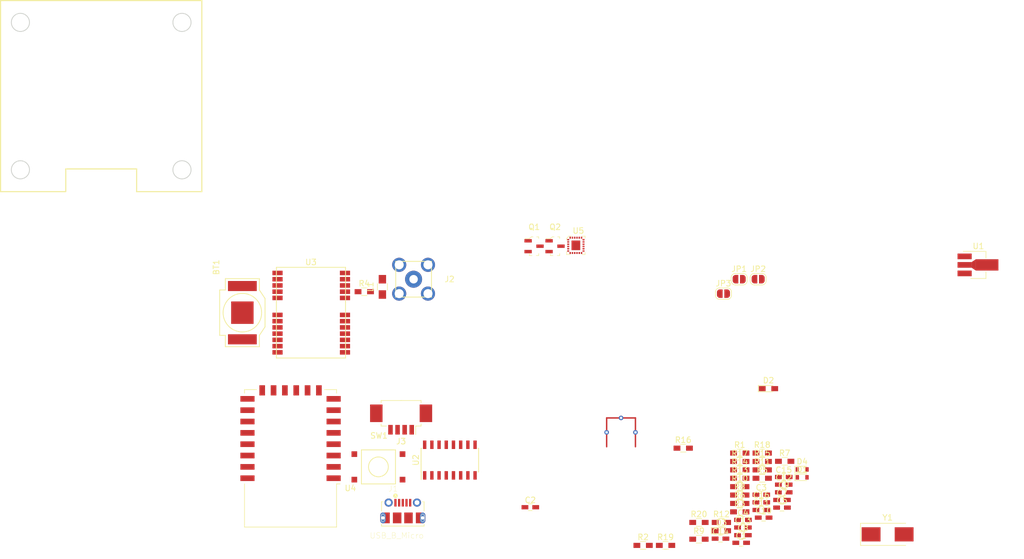
<source format=kicad_pcb>
(kicad_pcb (version 20171130) (host pcbnew "(5.0.1-3-g963ef8bb5)")

  (general
    (thickness 1.6)
    (drawings 12)
    (tracks 9)
    (zones 0)
    (modules 56)
    (nets 69)
  )

  (page A4)
  (layers
    (0 F.Cu signal)
    (31 B.Cu signal)
    (32 B.Adhes user)
    (33 F.Adhes user)
    (34 B.Paste user)
    (35 F.Paste user)
    (36 B.SilkS user)
    (37 F.SilkS user)
    (38 B.Mask user)
    (39 F.Mask user)
    (40 Dwgs.User user)
    (41 Cmts.User user)
    (42 Eco1.User user)
    (43 Eco2.User user)
    (44 Edge.Cuts user)
    (45 Margin user)
    (46 B.CrtYd user)
    (47 F.CrtYd user)
    (48 B.Fab user)
    (49 F.Fab user)
  )

  (setup
    (last_trace_width 0.25)
    (trace_clearance 0.2)
    (zone_clearance 0.508)
    (zone_45_only no)
    (trace_min 0.2)
    (segment_width 0.2)
    (edge_width 0.15)
    (via_size 0.8)
    (via_drill 0.4)
    (via_min_size 0.4)
    (via_min_drill 0.3)
    (uvia_size 0.3)
    (uvia_drill 0.1)
    (uvias_allowed no)
    (uvia_min_size 0.2)
    (uvia_min_drill 0.1)
    (pcb_text_width 0.3)
    (pcb_text_size 1.5 1.5)
    (mod_edge_width 0.15)
    (mod_text_size 1 1)
    (mod_text_width 0.15)
    (pad_size 1.524 1.524)
    (pad_drill 0.762)
    (pad_to_mask_clearance 0.051)
    (solder_mask_min_width 0.25)
    (aux_axis_origin 0 0)
    (visible_elements FFFFFF7F)
    (pcbplotparams
      (layerselection 0x010fc_ffffffff)
      (usegerberextensions false)
      (usegerberattributes false)
      (usegerberadvancedattributes false)
      (creategerberjobfile false)
      (excludeedgelayer true)
      (linewidth 0.100000)
      (plotframeref false)
      (viasonmask false)
      (mode 1)
      (useauxorigin false)
      (hpglpennumber 1)
      (hpglpenspeed 20)
      (hpglpendiameter 15.000000)
      (psnegative false)
      (psa4output false)
      (plotreference true)
      (plotvalue true)
      (plotinvisibletext false)
      (padsonsilk false)
      (subtractmaskfromsilk false)
      (outputformat 1)
      (mirror false)
      (drillshape 1)
      (scaleselection 1)
      (outputdirectory ""))
  )

  (net 0 "")
  (net 1 GND)
  (net 2 +5V)
  (net 3 /V_BACKUP)
  (net 4 /RESET_GPS)
  (net 5 "Net-(C4-Pad1)")
  (net 6 "Net-(C5-Pad1)")
  (net 7 +3V3)
  (net 8 /ESP_RST)
  (net 9 "Net-(D2-Pad2)")
  (net 10 "Net-(D3-Pad2)")
  (net 11 "Net-(D4-Pad1)")
  (net 12 "Net-(JP3-Pad2)")
  (net 13 /SDA)
  (net 14 /SCL)
  (net 15 "Net-(C7-Pad1)")
  (net 16 /REGOUT)
  (net 17 "Net-(D1-Pad2)")
  (net 18 "Net-(J2-Pad1)")
  (net 19 /RX_GPS)
  (net 20 "Net-(R2-Pad1)")
  (net 21 /TX_GPS)
  (net 22 "Net-(R3-Pad1)")
  (net 23 "Net-(L1-Pad1)")
  (net 24 "Net-(R4-Pad1)")
  (net 25 /USB_TX)
  (net 26 "Net-(R5-Pad2)")
  (net 27 "Net-(R6-Pad2)")
  (net 28 /USB_RX)
  (net 29 "Net-(Q1-Pad2)")
  (net 30 "Net-(Q2-Pad1)")
  (net 31 "Net-(Q1-Pad1)")
  (net 32 "Net-(Q2-Pad2)")
  (net 33 /ESP_EN)
  (net 34 /GPIO0)
  (net 35 /GPIO2)
  (net 36 /GPIO15)
  (net 37 "Net-(R17-Pad2)")
  (net 38 "Net-(R18-Pad2)")
  (net 39 "Net-(R19-Pad1)")
  (net 40 "Net-(J1-Pad2)")
  (net 41 "Net-(J1-Pad3)")
  (net 42 "Net-(J1-Pad4)")
  (net 43 "Net-(JP1-Pad2)")
  (net 44 "Net-(JP2-Pad2)")
  (net 45 "Net-(U3-Pad1)")
  (net 46 "Net-(U3-Pad2)")
  (net 47 "Net-(U3-Pad4)")
  (net 48 "Net-(U3-Pad5)")
  (net 49 "Net-(U3-Pad6)")
  (net 50 "Net-(U3-Pad15)")
  (net 51 "Net-(U3-Pad14)")
  (net 52 "Net-(U3-Pad17)")
  (net 53 "Net-(U3-Pad16)")
  (net 54 "Net-(U4-Pad14)")
  (net 55 "Net-(U4-Pad13)")
  (net 56 /FSYNC)
  (net 57 /ACC_INT)
  (net 58 "Net-(U4-Pad10)")
  (net 59 "Net-(U4-Pad9)")
  (net 60 "Net-(U4-Pad4)")
  (net 61 "Net-(U4-Pad2)")
  (net 62 "Net-(U5-Pad21)")
  (net 63 "Net-(U5-Pad7)")
  (net 64 "Net-(U2-Pad15)")
  (net 65 "Net-(U2-Pad12)")
  (net 66 "Net-(U2-Pad11)")
  (net 67 "Net-(U2-Pad10)")
  (net 68 "Net-(U2-Pad9)")

  (net_class Default "This is the default net class."
    (clearance 0.2)
    (trace_width 0.25)
    (via_dia 0.8)
    (via_drill 0.4)
    (uvia_dia 0.3)
    (uvia_drill 0.1)
    (add_net +3V3)
    (add_net +5V)
    (add_net /ACC_INT)
    (add_net /ESP_EN)
    (add_net /ESP_RST)
    (add_net /FSYNC)
    (add_net /GPIO0)
    (add_net /GPIO15)
    (add_net /GPIO2)
    (add_net /REGOUT)
    (add_net /RESET_GPS)
    (add_net /RX_GPS)
    (add_net /SCL)
    (add_net /SDA)
    (add_net /TX_GPS)
    (add_net /USB_RX)
    (add_net /USB_TX)
    (add_net /V_BACKUP)
    (add_net GND)
    (add_net "Net-(C4-Pad1)")
    (add_net "Net-(C5-Pad1)")
    (add_net "Net-(C7-Pad1)")
    (add_net "Net-(D1-Pad2)")
    (add_net "Net-(D2-Pad2)")
    (add_net "Net-(D3-Pad2)")
    (add_net "Net-(D4-Pad1)")
    (add_net "Net-(J1-Pad2)")
    (add_net "Net-(J1-Pad3)")
    (add_net "Net-(J1-Pad4)")
    (add_net "Net-(J2-Pad1)")
    (add_net "Net-(JP1-Pad2)")
    (add_net "Net-(JP2-Pad2)")
    (add_net "Net-(JP3-Pad2)")
    (add_net "Net-(L1-Pad1)")
    (add_net "Net-(Q1-Pad1)")
    (add_net "Net-(Q1-Pad2)")
    (add_net "Net-(Q2-Pad1)")
    (add_net "Net-(Q2-Pad2)")
    (add_net "Net-(R17-Pad2)")
    (add_net "Net-(R18-Pad2)")
    (add_net "Net-(R19-Pad1)")
    (add_net "Net-(R2-Pad1)")
    (add_net "Net-(R3-Pad1)")
    (add_net "Net-(R4-Pad1)")
    (add_net "Net-(R5-Pad2)")
    (add_net "Net-(R6-Pad2)")
    (add_net "Net-(U2-Pad10)")
    (add_net "Net-(U2-Pad11)")
    (add_net "Net-(U2-Pad12)")
    (add_net "Net-(U2-Pad15)")
    (add_net "Net-(U2-Pad9)")
    (add_net "Net-(U3-Pad1)")
    (add_net "Net-(U3-Pad14)")
    (add_net "Net-(U3-Pad15)")
    (add_net "Net-(U3-Pad16)")
    (add_net "Net-(U3-Pad17)")
    (add_net "Net-(U3-Pad2)")
    (add_net "Net-(U3-Pad4)")
    (add_net "Net-(U3-Pad5)")
    (add_net "Net-(U3-Pad6)")
    (add_net "Net-(U4-Pad10)")
    (add_net "Net-(U4-Pad13)")
    (add_net "Net-(U4-Pad14)")
    (add_net "Net-(U4-Pad2)")
    (add_net "Net-(U4-Pad4)")
    (add_net "Net-(U4-Pad9)")
    (add_net "Net-(U5-Pad21)")
    (add_net "Net-(U5-Pad7)")
  )

  (module Capacitors_SMD:C_0603_HandSoldering (layer F.Cu) (tedit 58AA848B) (tstamp 5BE98B5D)
    (at 112.884001 78.795001)
    (descr "Capacitor SMD 0603, hand soldering")
    (tags "capacitor 0603")
    (path /5BEF1924)
    (attr smd)
    (fp_text reference C1 (at 0 -1.25) (layer F.SilkS)
      (effects (font (size 1 1) (thickness 0.15)))
    )
    (fp_text value 1uF (at 0 1.5) (layer F.Fab)
      (effects (font (size 1 1) (thickness 0.15)))
    )
    (fp_line (start 1.8 0.65) (end -1.8 0.65) (layer F.CrtYd) (width 0.05))
    (fp_line (start 1.8 0.65) (end 1.8 -0.65) (layer F.CrtYd) (width 0.05))
    (fp_line (start -1.8 -0.65) (end -1.8 0.65) (layer F.CrtYd) (width 0.05))
    (fp_line (start -1.8 -0.65) (end 1.8 -0.65) (layer F.CrtYd) (width 0.05))
    (fp_line (start 0.35 0.6) (end -0.35 0.6) (layer F.SilkS) (width 0.12))
    (fp_line (start -0.35 -0.6) (end 0.35 -0.6) (layer F.SilkS) (width 0.12))
    (fp_line (start -0.8 -0.4) (end 0.8 -0.4) (layer F.Fab) (width 0.1))
    (fp_line (start 0.8 -0.4) (end 0.8 0.4) (layer F.Fab) (width 0.1))
    (fp_line (start 0.8 0.4) (end -0.8 0.4) (layer F.Fab) (width 0.1))
    (fp_line (start -0.8 0.4) (end -0.8 -0.4) (layer F.Fab) (width 0.1))
    (fp_text user %R (at 0 -1.25) (layer F.Fab)
      (effects (font (size 1 1) (thickness 0.15)))
    )
    (pad 2 smd rect (at 0.95 0) (size 1.2 0.75) (layers F.Cu F.Paste F.Mask)
      (net 1 GND))
    (pad 1 smd rect (at -0.95 0) (size 1.2 0.75) (layers F.Cu F.Paste F.Mask)
      (net 2 +5V))
    (model Capacitors_SMD.3dshapes/C_0603.wrl
      (at (xyz 0 0 0))
      (scale (xyz 1 1 1))
      (rotate (xyz 0 0 0))
    )
  )

  (module Capacitors_SMD:C_0603_HandSoldering (layer F.Cu) (tedit 58AA848B) (tstamp 5BE98B7F)
    (at 116.434001 70.305001)
    (descr "Capacitor SMD 0603, hand soldering")
    (tags "capacitor 0603")
    (path /5BF388EA)
    (attr smd)
    (fp_text reference C3 (at 0 -1.25) (layer F.SilkS)
      (effects (font (size 1 1) (thickness 0.15)))
    )
    (fp_text value 100nF (at 0 1.5) (layer F.Fab)
      (effects (font (size 1 1) (thickness 0.15)))
    )
    (fp_text user %R (at 0 -1.25) (layer F.Fab)
      (effects (font (size 1 1) (thickness 0.15)))
    )
    (fp_line (start -0.8 0.4) (end -0.8 -0.4) (layer F.Fab) (width 0.1))
    (fp_line (start 0.8 0.4) (end -0.8 0.4) (layer F.Fab) (width 0.1))
    (fp_line (start 0.8 -0.4) (end 0.8 0.4) (layer F.Fab) (width 0.1))
    (fp_line (start -0.8 -0.4) (end 0.8 -0.4) (layer F.Fab) (width 0.1))
    (fp_line (start -0.35 -0.6) (end 0.35 -0.6) (layer F.SilkS) (width 0.12))
    (fp_line (start 0.35 0.6) (end -0.35 0.6) (layer F.SilkS) (width 0.12))
    (fp_line (start -1.8 -0.65) (end 1.8 -0.65) (layer F.CrtYd) (width 0.05))
    (fp_line (start -1.8 -0.65) (end -1.8 0.65) (layer F.CrtYd) (width 0.05))
    (fp_line (start 1.8 0.65) (end 1.8 -0.65) (layer F.CrtYd) (width 0.05))
    (fp_line (start 1.8 0.65) (end -1.8 0.65) (layer F.CrtYd) (width 0.05))
    (pad 1 smd rect (at -0.95 0) (size 1.2 0.75) (layers F.Cu F.Paste F.Mask)
      (net 4 /RESET_GPS))
    (pad 2 smd rect (at 0.95 0) (size 1.2 0.75) (layers F.Cu F.Paste F.Mask)
      (net 1 GND))
    (model Capacitors_SMD.3dshapes/C_0603.wrl
      (at (xyz 0 0 0))
      (scale (xyz 1 1 1))
      (rotate (xyz 0 0 0))
    )
  )

  (module Capacitors_SMD:C_0603_HandSoldering (layer F.Cu) (tedit 58AA848B) (tstamp 5BE98B90)
    (at 113.194001 74.745001)
    (descr "Capacitor SMD 0603, hand soldering")
    (tags "capacitor 0603")
    (path /5BE84FFE)
    (attr smd)
    (fp_text reference C4 (at 0 -1.25) (layer F.SilkS)
      (effects (font (size 1 1) (thickness 0.15)))
    )
    (fp_text value 22pF (at 0 1.5) (layer F.Fab)
      (effects (font (size 1 1) (thickness 0.15)))
    )
    (fp_text user %R (at 0 -1.25) (layer F.Fab)
      (effects (font (size 1 1) (thickness 0.15)))
    )
    (fp_line (start -0.8 0.4) (end -0.8 -0.4) (layer F.Fab) (width 0.1))
    (fp_line (start 0.8 0.4) (end -0.8 0.4) (layer F.Fab) (width 0.1))
    (fp_line (start 0.8 -0.4) (end 0.8 0.4) (layer F.Fab) (width 0.1))
    (fp_line (start -0.8 -0.4) (end 0.8 -0.4) (layer F.Fab) (width 0.1))
    (fp_line (start -0.35 -0.6) (end 0.35 -0.6) (layer F.SilkS) (width 0.12))
    (fp_line (start 0.35 0.6) (end -0.35 0.6) (layer F.SilkS) (width 0.12))
    (fp_line (start -1.8 -0.65) (end 1.8 -0.65) (layer F.CrtYd) (width 0.05))
    (fp_line (start -1.8 -0.65) (end -1.8 0.65) (layer F.CrtYd) (width 0.05))
    (fp_line (start 1.8 0.65) (end 1.8 -0.65) (layer F.CrtYd) (width 0.05))
    (fp_line (start 1.8 0.65) (end -1.8 0.65) (layer F.CrtYd) (width 0.05))
    (pad 1 smd rect (at -0.95 0) (size 1.2 0.75) (layers F.Cu F.Paste F.Mask)
      (net 5 "Net-(C4-Pad1)"))
    (pad 2 smd rect (at 0.95 0) (size 1.2 0.75) (layers F.Cu F.Paste F.Mask)
      (net 1 GND))
    (model Capacitors_SMD.3dshapes/C_0603.wrl
      (at (xyz 0 0 0))
      (scale (xyz 1 1 1))
      (rotate (xyz 0 0 0))
    )
  )

  (module Capacitors_SMD:C_0603_HandSoldering (layer F.Cu) (tedit 58AA848B) (tstamp 5BE98BA1)
    (at 120.084001 72.585001)
    (descr "Capacitor SMD 0603, hand soldering")
    (tags "capacitor 0603")
    (path /5BE851C2)
    (attr smd)
    (fp_text reference C5 (at 0 -1.25) (layer F.SilkS)
      (effects (font (size 1 1) (thickness 0.15)))
    )
    (fp_text value 22pF (at 0 1.5) (layer F.Fab)
      (effects (font (size 1 1) (thickness 0.15)))
    )
    (fp_line (start 1.8 0.65) (end -1.8 0.65) (layer F.CrtYd) (width 0.05))
    (fp_line (start 1.8 0.65) (end 1.8 -0.65) (layer F.CrtYd) (width 0.05))
    (fp_line (start -1.8 -0.65) (end -1.8 0.65) (layer F.CrtYd) (width 0.05))
    (fp_line (start -1.8 -0.65) (end 1.8 -0.65) (layer F.CrtYd) (width 0.05))
    (fp_line (start 0.35 0.6) (end -0.35 0.6) (layer F.SilkS) (width 0.12))
    (fp_line (start -0.35 -0.6) (end 0.35 -0.6) (layer F.SilkS) (width 0.12))
    (fp_line (start -0.8 -0.4) (end 0.8 -0.4) (layer F.Fab) (width 0.1))
    (fp_line (start 0.8 -0.4) (end 0.8 0.4) (layer F.Fab) (width 0.1))
    (fp_line (start 0.8 0.4) (end -0.8 0.4) (layer F.Fab) (width 0.1))
    (fp_line (start -0.8 0.4) (end -0.8 -0.4) (layer F.Fab) (width 0.1))
    (fp_text user %R (at 0 -1.25) (layer F.Fab)
      (effects (font (size 1 1) (thickness 0.15)))
    )
    (pad 2 smd rect (at 0.95 0) (size 1.2 0.75) (layers F.Cu F.Paste F.Mask)
      (net 1 GND))
    (pad 1 smd rect (at -0.95 0) (size 1.2 0.75) (layers F.Cu F.Paste F.Mask)
      (net 6 "Net-(C5-Pad1)"))
    (model Capacitors_SMD.3dshapes/C_0603.wrl
      (at (xyz 0 0 0))
      (scale (xyz 1 1 1))
      (rotate (xyz 0 0 0))
    )
  )

  (module Capacitors_SMD:C_0603_HandSoldering (layer F.Cu) (tedit 58AA848B) (tstamp 5BE98BC3)
    (at 120.084001 71.235001)
    (descr "Capacitor SMD 0603, hand soldering")
    (tags "capacitor 0603")
    (path /5BE89063)
    (attr smd)
    (fp_text reference C7 (at 0 -1.25) (layer F.SilkS)
      (effects (font (size 1 1) (thickness 0.15)))
    )
    (fp_text value 10nF (at 0 1.5) (layer F.Fab)
      (effects (font (size 1 1) (thickness 0.15)))
    )
    (fp_line (start 1.8 0.65) (end -1.8 0.65) (layer F.CrtYd) (width 0.05))
    (fp_line (start 1.8 0.65) (end 1.8 -0.65) (layer F.CrtYd) (width 0.05))
    (fp_line (start -1.8 -0.65) (end -1.8 0.65) (layer F.CrtYd) (width 0.05))
    (fp_line (start -1.8 -0.65) (end 1.8 -0.65) (layer F.CrtYd) (width 0.05))
    (fp_line (start 0.35 0.6) (end -0.35 0.6) (layer F.SilkS) (width 0.12))
    (fp_line (start -0.35 -0.6) (end 0.35 -0.6) (layer F.SilkS) (width 0.12))
    (fp_line (start -0.8 -0.4) (end 0.8 -0.4) (layer F.Fab) (width 0.1))
    (fp_line (start 0.8 -0.4) (end 0.8 0.4) (layer F.Fab) (width 0.1))
    (fp_line (start 0.8 0.4) (end -0.8 0.4) (layer F.Fab) (width 0.1))
    (fp_line (start -0.8 0.4) (end -0.8 -0.4) (layer F.Fab) (width 0.1))
    (fp_text user %R (at 0 -1.25) (layer F.Fab)
      (effects (font (size 1 1) (thickness 0.15)))
    )
    (pad 2 smd rect (at 0.95 0) (size 1.2 0.75) (layers F.Cu F.Paste F.Mask)
      (net 1 GND))
    (pad 1 smd rect (at -0.95 0) (size 1.2 0.75) (layers F.Cu F.Paste F.Mask)
      (net 15 "Net-(C7-Pad1)"))
    (model Capacitors_SMD.3dshapes/C_0603.wrl
      (at (xyz 0 0 0))
      (scale (xyz 1 1 1))
      (rotate (xyz 0 0 0))
    )
  )

  (module Capacitors_SMD:C_0603_HandSoldering (layer F.Cu) (tedit 58AA848B) (tstamp 5BE98BD4)
    (at 113.194001 77.445001)
    (descr "Capacitor SMD 0603, hand soldering")
    (tags "capacitor 0603")
    (path /5BEFB4EC)
    (attr smd)
    (fp_text reference C8 (at 0 -1.25) (layer F.SilkS)
      (effects (font (size 1 1) (thickness 0.15)))
    )
    (fp_text value 1uF (at 0 1.5) (layer F.Fab)
      (effects (font (size 1 1) (thickness 0.15)))
    )
    (fp_line (start 1.8 0.65) (end -1.8 0.65) (layer F.CrtYd) (width 0.05))
    (fp_line (start 1.8 0.65) (end 1.8 -0.65) (layer F.CrtYd) (width 0.05))
    (fp_line (start -1.8 -0.65) (end -1.8 0.65) (layer F.CrtYd) (width 0.05))
    (fp_line (start -1.8 -0.65) (end 1.8 -0.65) (layer F.CrtYd) (width 0.05))
    (fp_line (start 0.35 0.6) (end -0.35 0.6) (layer F.SilkS) (width 0.12))
    (fp_line (start -0.35 -0.6) (end 0.35 -0.6) (layer F.SilkS) (width 0.12))
    (fp_line (start -0.8 -0.4) (end 0.8 -0.4) (layer F.Fab) (width 0.1))
    (fp_line (start 0.8 -0.4) (end 0.8 0.4) (layer F.Fab) (width 0.1))
    (fp_line (start 0.8 0.4) (end -0.8 0.4) (layer F.Fab) (width 0.1))
    (fp_line (start -0.8 0.4) (end -0.8 -0.4) (layer F.Fab) (width 0.1))
    (fp_text user %R (at 0 -1.25) (layer F.Fab)
      (effects (font (size 1 1) (thickness 0.15)))
    )
    (pad 2 smd rect (at 0.95 0) (size 1.2 0.75) (layers F.Cu F.Paste F.Mask)
      (net 1 GND))
    (pad 1 smd rect (at -0.95 0) (size 1.2 0.75) (layers F.Cu F.Paste F.Mask)
      (net 7 +3V3))
    (model Capacitors_SMD.3dshapes/C_0603.wrl
      (at (xyz 0 0 0))
      (scale (xyz 1 1 1))
      (rotate (xyz 0 0 0))
    )
  )

  (module Capacitors_SMD:C_0603_HandSoldering (layer F.Cu) (tedit 58AA848B) (tstamp 5BE98BE5)
    (at 120.394001 69.885001)
    (descr "Capacitor SMD 0603, hand soldering")
    (tags "capacitor 0603")
    (path /5BE87BAF)
    (attr smd)
    (fp_text reference C9 (at 0 -1.25) (layer F.SilkS)
      (effects (font (size 1 1) (thickness 0.15)))
    )
    (fp_text value 22uF (at 0 1.5) (layer F.Fab)
      (effects (font (size 1 1) (thickness 0.15)))
    )
    (fp_text user %R (at 0 -1.25) (layer F.Fab)
      (effects (font (size 1 1) (thickness 0.15)))
    )
    (fp_line (start -0.8 0.4) (end -0.8 -0.4) (layer F.Fab) (width 0.1))
    (fp_line (start 0.8 0.4) (end -0.8 0.4) (layer F.Fab) (width 0.1))
    (fp_line (start 0.8 -0.4) (end 0.8 0.4) (layer F.Fab) (width 0.1))
    (fp_line (start -0.8 -0.4) (end 0.8 -0.4) (layer F.Fab) (width 0.1))
    (fp_line (start -0.35 -0.6) (end 0.35 -0.6) (layer F.SilkS) (width 0.12))
    (fp_line (start 0.35 0.6) (end -0.35 0.6) (layer F.SilkS) (width 0.12))
    (fp_line (start -1.8 -0.65) (end 1.8 -0.65) (layer F.CrtYd) (width 0.05))
    (fp_line (start -1.8 -0.65) (end -1.8 0.65) (layer F.CrtYd) (width 0.05))
    (fp_line (start 1.8 0.65) (end 1.8 -0.65) (layer F.CrtYd) (width 0.05))
    (fp_line (start 1.8 0.65) (end -1.8 0.65) (layer F.CrtYd) (width 0.05))
    (pad 1 smd rect (at -0.95 0) (size 1.2 0.75) (layers F.Cu F.Paste F.Mask)
      (net 2 +5V))
    (pad 2 smd rect (at 0.95 0) (size 1.2 0.75) (layers F.Cu F.Paste F.Mask)
      (net 1 GND))
    (model Capacitors_SMD.3dshapes/C_0603.wrl
      (at (xyz 0 0 0))
      (scale (xyz 1 1 1))
      (rotate (xyz 0 0 0))
    )
  )

  (module Capacitors_SMD:C_0603_HandSoldering (layer F.Cu) (tedit 58AA848B) (tstamp 5BE98BF6)
    (at 116.844001 74.355001)
    (descr "Capacitor SMD 0603, hand soldering")
    (tags "capacitor 0603")
    (path /5BE83660)
    (attr smd)
    (fp_text reference C10 (at 0 -1.25) (layer F.SilkS)
      (effects (font (size 1 1) (thickness 0.15)))
    )
    (fp_text value 100nF (at 0 1.5) (layer F.Fab)
      (effects (font (size 1 1) (thickness 0.15)))
    )
    (fp_text user %R (at 0 -1.25) (layer F.Fab)
      (effects (font (size 1 1) (thickness 0.15)))
    )
    (fp_line (start -0.8 0.4) (end -0.8 -0.4) (layer F.Fab) (width 0.1))
    (fp_line (start 0.8 0.4) (end -0.8 0.4) (layer F.Fab) (width 0.1))
    (fp_line (start 0.8 -0.4) (end 0.8 0.4) (layer F.Fab) (width 0.1))
    (fp_line (start -0.8 -0.4) (end 0.8 -0.4) (layer F.Fab) (width 0.1))
    (fp_line (start -0.35 -0.6) (end 0.35 -0.6) (layer F.SilkS) (width 0.12))
    (fp_line (start 0.35 0.6) (end -0.35 0.6) (layer F.SilkS) (width 0.12))
    (fp_line (start -1.8 -0.65) (end 1.8 -0.65) (layer F.CrtYd) (width 0.05))
    (fp_line (start -1.8 -0.65) (end -1.8 0.65) (layer F.CrtYd) (width 0.05))
    (fp_line (start 1.8 0.65) (end 1.8 -0.65) (layer F.CrtYd) (width 0.05))
    (fp_line (start 1.8 0.65) (end -1.8 0.65) (layer F.CrtYd) (width 0.05))
    (pad 1 smd rect (at -0.95 0) (size 1.2 0.75) (layers F.Cu F.Paste F.Mask)
      (net 2 +5V))
    (pad 2 smd rect (at 0.95 0) (size 1.2 0.75) (layers F.Cu F.Paste F.Mask)
      (net 1 GND))
    (model Capacitors_SMD.3dshapes/C_0603.wrl
      (at (xyz 0 0 0))
      (scale (xyz 1 1 1))
      (rotate (xyz 0 0 0))
    )
  )

  (module Capacitors_SMD:C_0603_HandSoldering (layer F.Cu) (tedit 58AA848B) (tstamp 5BE98C07)
    (at 116.434001 73.005001)
    (descr "Capacitor SMD 0603, hand soldering")
    (tags "capacitor 0603")
    (path /5BFA1E99)
    (attr smd)
    (fp_text reference C11 (at 0 -1.25) (layer F.SilkS)
      (effects (font (size 1 1) (thickness 0.15)))
    )
    (fp_text value 100nF (at 0 1.5) (layer F.Fab)
      (effects (font (size 1 1) (thickness 0.15)))
    )
    (fp_text user %R (at 0 -1.25) (layer F.Fab)
      (effects (font (size 1 1) (thickness 0.15)))
    )
    (fp_line (start -0.8 0.4) (end -0.8 -0.4) (layer F.Fab) (width 0.1))
    (fp_line (start 0.8 0.4) (end -0.8 0.4) (layer F.Fab) (width 0.1))
    (fp_line (start 0.8 -0.4) (end 0.8 0.4) (layer F.Fab) (width 0.1))
    (fp_line (start -0.8 -0.4) (end 0.8 -0.4) (layer F.Fab) (width 0.1))
    (fp_line (start -0.35 -0.6) (end 0.35 -0.6) (layer F.SilkS) (width 0.12))
    (fp_line (start 0.35 0.6) (end -0.35 0.6) (layer F.SilkS) (width 0.12))
    (fp_line (start -1.8 -0.65) (end 1.8 -0.65) (layer F.CrtYd) (width 0.05))
    (fp_line (start -1.8 -0.65) (end -1.8 0.65) (layer F.CrtYd) (width 0.05))
    (fp_line (start 1.8 0.65) (end 1.8 -0.65) (layer F.CrtYd) (width 0.05))
    (fp_line (start 1.8 0.65) (end -1.8 0.65) (layer F.CrtYd) (width 0.05))
    (pad 1 smd rect (at -0.95 0) (size 1.2 0.75) (layers F.Cu F.Paste F.Mask)
      (net 7 +3V3))
    (pad 2 smd rect (at 0.95 0) (size 1.2 0.75) (layers F.Cu F.Paste F.Mask)
      (net 1 GND))
    (model Capacitors_SMD.3dshapes/C_0603.wrl
      (at (xyz 0 0 0))
      (scale (xyz 1 1 1))
      (rotate (xyz 0 0 0))
    )
  )

  (module Capacitors_SMD:C_0603_HandSoldering (layer F.Cu) (tedit 58AA848B) (tstamp 5BE98C18)
    (at 120.394001 68.535001)
    (descr "Capacitor SMD 0603, hand soldering")
    (tags "capacitor 0603")
    (path /5BFB78A6)
    (attr smd)
    (fp_text reference C12 (at 0 -1.25) (layer F.SilkS)
      (effects (font (size 1 1) (thickness 0.15)))
    )
    (fp_text value 100nF (at 0 1.5) (layer F.Fab)
      (effects (font (size 1 1) (thickness 0.15)))
    )
    (fp_line (start 1.8 0.65) (end -1.8 0.65) (layer F.CrtYd) (width 0.05))
    (fp_line (start 1.8 0.65) (end 1.8 -0.65) (layer F.CrtYd) (width 0.05))
    (fp_line (start -1.8 -0.65) (end -1.8 0.65) (layer F.CrtYd) (width 0.05))
    (fp_line (start -1.8 -0.65) (end 1.8 -0.65) (layer F.CrtYd) (width 0.05))
    (fp_line (start 0.35 0.6) (end -0.35 0.6) (layer F.SilkS) (width 0.12))
    (fp_line (start -0.35 -0.6) (end 0.35 -0.6) (layer F.SilkS) (width 0.12))
    (fp_line (start -0.8 -0.4) (end 0.8 -0.4) (layer F.Fab) (width 0.1))
    (fp_line (start 0.8 -0.4) (end 0.8 0.4) (layer F.Fab) (width 0.1))
    (fp_line (start 0.8 0.4) (end -0.8 0.4) (layer F.Fab) (width 0.1))
    (fp_line (start -0.8 0.4) (end -0.8 -0.4) (layer F.Fab) (width 0.1))
    (fp_text user %R (at 0 -1.25) (layer F.Fab)
      (effects (font (size 1 1) (thickness 0.15)))
    )
    (pad 2 smd rect (at 0.95 0) (size 1.2 0.75) (layers F.Cu F.Paste F.Mask)
      (net 1 GND))
    (pad 1 smd rect (at -0.95 0) (size 1.2 0.75) (layers F.Cu F.Paste F.Mask)
      (net 7 +3V3))
    (model Capacitors_SMD.3dshapes/C_0603.wrl
      (at (xyz 0 0 0))
      (scale (xyz 1 1 1))
      (rotate (xyz 0 0 0))
    )
  )

  (module Capacitors_SMD:C_0603_HandSoldering (layer F.Cu) (tedit 58AA848B) (tstamp 5BE98C29)
    (at 113.194001 76.095001)
    (descr "Capacitor SMD 0603, hand soldering")
    (tags "capacitor 0603")
    (path /5BFBE5C3)
    (attr smd)
    (fp_text reference C13 (at 0 -1.25) (layer F.SilkS)
      (effects (font (size 1 1) (thickness 0.15)))
    )
    (fp_text value 10nF (at 0 1.5) (layer F.Fab)
      (effects (font (size 1 1) (thickness 0.15)))
    )
    (fp_text user %R (at 0 -1.25) (layer F.Fab)
      (effects (font (size 1 1) (thickness 0.15)))
    )
    (fp_line (start -0.8 0.4) (end -0.8 -0.4) (layer F.Fab) (width 0.1))
    (fp_line (start 0.8 0.4) (end -0.8 0.4) (layer F.Fab) (width 0.1))
    (fp_line (start 0.8 -0.4) (end 0.8 0.4) (layer F.Fab) (width 0.1))
    (fp_line (start -0.8 -0.4) (end 0.8 -0.4) (layer F.Fab) (width 0.1))
    (fp_line (start -0.35 -0.6) (end 0.35 -0.6) (layer F.SilkS) (width 0.12))
    (fp_line (start 0.35 0.6) (end -0.35 0.6) (layer F.SilkS) (width 0.12))
    (fp_line (start -1.8 -0.65) (end 1.8 -0.65) (layer F.CrtYd) (width 0.05))
    (fp_line (start -1.8 -0.65) (end -1.8 0.65) (layer F.CrtYd) (width 0.05))
    (fp_line (start 1.8 0.65) (end 1.8 -0.65) (layer F.CrtYd) (width 0.05))
    (fp_line (start 1.8 0.65) (end -1.8 0.65) (layer F.CrtYd) (width 0.05))
    (pad 1 smd rect (at -0.95 0) (size 1.2 0.75) (layers F.Cu F.Paste F.Mask)
      (net 7 +3V3))
    (pad 2 smd rect (at 0.95 0) (size 1.2 0.75) (layers F.Cu F.Paste F.Mask)
      (net 1 GND))
    (model Capacitors_SMD.3dshapes/C_0603.wrl
      (at (xyz 0 0 0))
      (scale (xyz 1 1 1))
      (rotate (xyz 0 0 0))
    )
  )

  (module Capacitors_SMD:C_0603_HandSoldering (layer F.Cu) (tedit 58AA848B) (tstamp 5BE98C3A)
    (at 109.234001 78.065001)
    (descr "Capacitor SMD 0603, hand soldering")
    (tags "capacitor 0603")
    (path /5BEA79C8)
    (attr smd)
    (fp_text reference C14 (at 0 -1.25) (layer F.SilkS)
      (effects (font (size 1 1) (thickness 0.15)))
    )
    (fp_text value 470pF (at 0 1.5) (layer F.Fab)
      (effects (font (size 1 1) (thickness 0.15)))
    )
    (fp_text user %R (at 0 -1.25) (layer F.Fab)
      (effects (font (size 1 1) (thickness 0.15)))
    )
    (fp_line (start -0.8 0.4) (end -0.8 -0.4) (layer F.Fab) (width 0.1))
    (fp_line (start 0.8 0.4) (end -0.8 0.4) (layer F.Fab) (width 0.1))
    (fp_line (start 0.8 -0.4) (end 0.8 0.4) (layer F.Fab) (width 0.1))
    (fp_line (start -0.8 -0.4) (end 0.8 -0.4) (layer F.Fab) (width 0.1))
    (fp_line (start -0.35 -0.6) (end 0.35 -0.6) (layer F.SilkS) (width 0.12))
    (fp_line (start 0.35 0.6) (end -0.35 0.6) (layer F.SilkS) (width 0.12))
    (fp_line (start -1.8 -0.65) (end 1.8 -0.65) (layer F.CrtYd) (width 0.05))
    (fp_line (start -1.8 -0.65) (end -1.8 0.65) (layer F.CrtYd) (width 0.05))
    (fp_line (start 1.8 0.65) (end 1.8 -0.65) (layer F.CrtYd) (width 0.05))
    (fp_line (start 1.8 0.65) (end -1.8 0.65) (layer F.CrtYd) (width 0.05))
    (pad 1 smd rect (at -0.95 0) (size 1.2 0.75) (layers F.Cu F.Paste F.Mask)
      (net 8 /ESP_RST))
    (pad 2 smd rect (at 0.95 0) (size 1.2 0.75) (layers F.Cu F.Paste F.Mask)
      (net 1 GND))
    (model Capacitors_SMD.3dshapes/C_0603.wrl
      (at (xyz 0 0 0))
      (scale (xyz 1 1 1))
      (rotate (xyz 0 0 0))
    )
  )

  (module Capacitors_SMD:C_0603_HandSoldering (layer F.Cu) (tedit 58AA848B) (tstamp 5BE98C4B)
    (at 120.394001 67.185001)
    (descr "Capacitor SMD 0603, hand soldering")
    (tags "capacitor 0603")
    (path /5BEB87B1)
    (attr smd)
    (fp_text reference C15 (at 0 -1.25) (layer F.SilkS)
      (effects (font (size 1 1) (thickness 0.15)))
    )
    (fp_text value 100uF (at 0 1.5) (layer F.Fab)
      (effects (font (size 1 1) (thickness 0.15)))
    )
    (fp_line (start 1.8 0.65) (end -1.8 0.65) (layer F.CrtYd) (width 0.05))
    (fp_line (start 1.8 0.65) (end 1.8 -0.65) (layer F.CrtYd) (width 0.05))
    (fp_line (start -1.8 -0.65) (end -1.8 0.65) (layer F.CrtYd) (width 0.05))
    (fp_line (start -1.8 -0.65) (end 1.8 -0.65) (layer F.CrtYd) (width 0.05))
    (fp_line (start 0.35 0.6) (end -0.35 0.6) (layer F.SilkS) (width 0.12))
    (fp_line (start -0.35 -0.6) (end 0.35 -0.6) (layer F.SilkS) (width 0.12))
    (fp_line (start -0.8 -0.4) (end 0.8 -0.4) (layer F.Fab) (width 0.1))
    (fp_line (start 0.8 -0.4) (end 0.8 0.4) (layer F.Fab) (width 0.1))
    (fp_line (start 0.8 0.4) (end -0.8 0.4) (layer F.Fab) (width 0.1))
    (fp_line (start -0.8 0.4) (end -0.8 -0.4) (layer F.Fab) (width 0.1))
    (fp_text user %R (at 0 -1.25) (layer F.Fab)
      (effects (font (size 1 1) (thickness 0.15)))
    )
    (pad 2 smd rect (at 0.95 0) (size 1.2 0.75) (layers F.Cu F.Paste F.Mask)
      (net 1 GND))
    (pad 1 smd rect (at -0.95 0) (size 1.2 0.75) (layers F.Cu F.Paste F.Mask)
      (net 7 +3V3))
    (model Capacitors_SMD.3dshapes/C_0603.wrl
      (at (xyz 0 0 0))
      (scale (xyz 1 1 1))
      (rotate (xyz 0 0 0))
    )
  )

  (module Capacitors_SMD:C_0603_HandSoldering (layer F.Cu) (tedit 58AA848B) (tstamp 5BE98C5C)
    (at 116.434001 71.655001)
    (descr "Capacitor SMD 0603, hand soldering")
    (tags "capacitor 0603")
    (path /5BFFDA8A)
    (attr smd)
    (fp_text reference C16 (at 0 -1.25) (layer F.SilkS)
      (effects (font (size 1 1) (thickness 0.15)))
    )
    (fp_text value 100nF (at 0 1.5) (layer F.Fab)
      (effects (font (size 1 1) (thickness 0.15)))
    )
    (fp_line (start 1.8 0.65) (end -1.8 0.65) (layer F.CrtYd) (width 0.05))
    (fp_line (start 1.8 0.65) (end 1.8 -0.65) (layer F.CrtYd) (width 0.05))
    (fp_line (start -1.8 -0.65) (end -1.8 0.65) (layer F.CrtYd) (width 0.05))
    (fp_line (start -1.8 -0.65) (end 1.8 -0.65) (layer F.CrtYd) (width 0.05))
    (fp_line (start 0.35 0.6) (end -0.35 0.6) (layer F.SilkS) (width 0.12))
    (fp_line (start -0.35 -0.6) (end 0.35 -0.6) (layer F.SilkS) (width 0.12))
    (fp_line (start -0.8 -0.4) (end 0.8 -0.4) (layer F.Fab) (width 0.1))
    (fp_line (start 0.8 -0.4) (end 0.8 0.4) (layer F.Fab) (width 0.1))
    (fp_line (start 0.8 0.4) (end -0.8 0.4) (layer F.Fab) (width 0.1))
    (fp_line (start -0.8 0.4) (end -0.8 -0.4) (layer F.Fab) (width 0.1))
    (fp_text user %R (at 0 -1.25) (layer F.Fab)
      (effects (font (size 1 1) (thickness 0.15)))
    )
    (pad 2 smd rect (at 0.95 0) (size 1.2 0.75) (layers F.Cu F.Paste F.Mask)
      (net 1 GND))
    (pad 1 smd rect (at -0.95 0) (size 1.2 0.75) (layers F.Cu F.Paste F.Mask)
      (net 16 /REGOUT))
    (model Capacitors_SMD.3dshapes/C_0603.wrl
      (at (xyz 0 0 0))
      (scale (xyz 1 1 1))
      (rotate (xyz 0 0 0))
    )
  )

  (module Diodes_SMD:D_0603 (layer F.Cu) (tedit 590CE922) (tstamp 5BE98C74)
    (at 123.644001 67.245001)
    (descr "Diode SMD in 0603 package http://datasheets.avx.com/schottky.pdf")
    (tags "smd diode")
    (path /5BEE424F)
    (attr smd)
    (fp_text reference D1 (at 0 -1.4) (layer F.SilkS)
      (effects (font (size 1 1) (thickness 0.15)))
    )
    (fp_text value D_Schottky (at 0 1.4) (layer F.Fab)
      (effects (font (size 1 1) (thickness 0.15)))
    )
    (fp_line (start -1.3 -0.57) (end 0.8 -0.57) (layer F.SilkS) (width 0.12))
    (fp_line (start -1.3 0.57) (end 0.8 0.57) (layer F.SilkS) (width 0.12))
    (fp_line (start -0.8 -0.45) (end 0.8 -0.45) (layer F.Fab) (width 0.1))
    (fp_line (start 0.8 -0.45) (end 0.8 0.45) (layer F.Fab) (width 0.1))
    (fp_line (start 0.8 0.45) (end -0.8 0.45) (layer F.Fab) (width 0.1))
    (fp_line (start -0.8 0.45) (end -0.8 -0.45) (layer F.Fab) (width 0.1))
    (fp_line (start 0.2 -0.2) (end -0.1 0) (layer F.Fab) (width 0.1))
    (fp_line (start -0.1 0) (end 0.2 0.2) (layer F.Fab) (width 0.1))
    (fp_line (start 0.2 0.2) (end 0.2 -0.2) (layer F.Fab) (width 0.1))
    (fp_line (start -0.1 -0.2) (end -0.1 0.2) (layer F.Fab) (width 0.1))
    (fp_line (start -0.1 0) (end -0.3 0) (layer F.Fab) (width 0.1))
    (fp_line (start 0.2 0) (end 0.4 0) (layer F.Fab) (width 0.1))
    (fp_line (start 1.4 -0.67) (end -1.4 -0.67) (layer F.CrtYd) (width 0.05))
    (fp_line (start -1.4 -0.67) (end -1.4 0.67) (layer F.CrtYd) (width 0.05))
    (fp_line (start -1.4 0.67) (end 1.4 0.67) (layer F.CrtYd) (width 0.05))
    (fp_line (start 1.4 0.67) (end 1.4 -0.67) (layer F.CrtYd) (width 0.05))
    (fp_line (start -1.3 -0.57) (end -1.3 0.57) (layer F.SilkS) (width 0.12))
    (fp_text user %R (at 0 -1.4) (layer F.Fab)
      (effects (font (size 1 1) (thickness 0.15)))
    )
    (pad 2 smd rect (at 0.85 0) (size 0.6 0.8) (layers F.Cu F.Paste F.Mask)
      (net 17 "Net-(D1-Pad2)"))
    (pad 1 smd rect (at -0.85 0) (size 0.6 0.8) (layers F.Cu F.Paste F.Mask)
      (net 2 +5V))
    (model ${KISYS3DMOD}/Diodes_SMD.3dshapes/D_0603.wrl
      (at (xyz 0 0 0))
      (scale (xyz 1 1 1))
      (rotate (xyz 0 0 0))
    )
  )

  (module LEDs:LED_0603_HandSoldering (layer F.Cu) (tedit 595FC9C0) (tstamp 5BE98C89)
    (at 117.7 51.6)
    (descr "LED SMD 0603, hand soldering")
    (tags "LED 0603")
    (path /5C22597F)
    (attr smd)
    (fp_text reference D2 (at 0 -1.45) (layer F.SilkS)
      (effects (font (size 1 1) (thickness 0.15)))
    )
    (fp_text value LED (at 0 1.55) (layer F.Fab)
      (effects (font (size 1 1) (thickness 0.15)))
    )
    (fp_line (start -1.8 -0.55) (end -1.8 0.55) (layer F.SilkS) (width 0.12))
    (fp_line (start -0.2 -0.2) (end -0.2 0.2) (layer F.Fab) (width 0.1))
    (fp_line (start -0.15 0) (end 0.15 -0.2) (layer F.Fab) (width 0.1))
    (fp_line (start 0.15 0.2) (end -0.15 0) (layer F.Fab) (width 0.1))
    (fp_line (start 0.15 -0.2) (end 0.15 0.2) (layer F.Fab) (width 0.1))
    (fp_line (start 0.8 0.4) (end -0.8 0.4) (layer F.Fab) (width 0.1))
    (fp_line (start 0.8 -0.4) (end 0.8 0.4) (layer F.Fab) (width 0.1))
    (fp_line (start -0.8 -0.4) (end 0.8 -0.4) (layer F.Fab) (width 0.1))
    (fp_line (start -1.8 0.55) (end 0.8 0.55) (layer F.SilkS) (width 0.12))
    (fp_line (start -1.8 -0.55) (end 0.8 -0.55) (layer F.SilkS) (width 0.12))
    (fp_line (start -1.96 -0.7) (end 1.95 -0.7) (layer F.CrtYd) (width 0.05))
    (fp_line (start -1.96 -0.7) (end -1.96 0.7) (layer F.CrtYd) (width 0.05))
    (fp_line (start 1.95 0.7) (end 1.95 -0.7) (layer F.CrtYd) (width 0.05))
    (fp_line (start 1.95 0.7) (end -1.96 0.7) (layer F.CrtYd) (width 0.05))
    (fp_line (start -0.8 -0.4) (end -0.8 0.4) (layer F.Fab) (width 0.1))
    (pad 1 smd rect (at -1.1 0) (size 1.2 0.9) (layers F.Cu F.Paste F.Mask)
      (net 1 GND))
    (pad 2 smd rect (at 1.1 0) (size 1.2 0.9) (layers F.Cu F.Paste F.Mask)
      (net 9 "Net-(D2-Pad2)"))
    (model ${KISYS3DMOD}/LEDs.3dshapes/LED_0603.wrl
      (at (xyz 0 0 0))
      (scale (xyz 1 1 1))
      (rotate (xyz 0 0 180))
    )
  )

  (module LEDs:LED_0603_HandSoldering (layer F.Cu) (tedit 595FC9C0) (tstamp 5BE98C9E)
    (at 109.394001 76.665001)
    (descr "LED SMD 0603, hand soldering")
    (tags "LED 0603")
    (path /5C7ACE46)
    (attr smd)
    (fp_text reference D3 (at 0 -1.45) (layer F.SilkS)
      (effects (font (size 1 1) (thickness 0.15)))
    )
    (fp_text value LED (at 0 1.55) (layer F.Fab)
      (effects (font (size 1 1) (thickness 0.15)))
    )
    (fp_line (start -0.8 -0.4) (end -0.8 0.4) (layer F.Fab) (width 0.1))
    (fp_line (start 1.95 0.7) (end -1.96 0.7) (layer F.CrtYd) (width 0.05))
    (fp_line (start 1.95 0.7) (end 1.95 -0.7) (layer F.CrtYd) (width 0.05))
    (fp_line (start -1.96 -0.7) (end -1.96 0.7) (layer F.CrtYd) (width 0.05))
    (fp_line (start -1.96 -0.7) (end 1.95 -0.7) (layer F.CrtYd) (width 0.05))
    (fp_line (start -1.8 -0.55) (end 0.8 -0.55) (layer F.SilkS) (width 0.12))
    (fp_line (start -1.8 0.55) (end 0.8 0.55) (layer F.SilkS) (width 0.12))
    (fp_line (start -0.8 -0.4) (end 0.8 -0.4) (layer F.Fab) (width 0.1))
    (fp_line (start 0.8 -0.4) (end 0.8 0.4) (layer F.Fab) (width 0.1))
    (fp_line (start 0.8 0.4) (end -0.8 0.4) (layer F.Fab) (width 0.1))
    (fp_line (start 0.15 -0.2) (end 0.15 0.2) (layer F.Fab) (width 0.1))
    (fp_line (start 0.15 0.2) (end -0.15 0) (layer F.Fab) (width 0.1))
    (fp_line (start -0.15 0) (end 0.15 -0.2) (layer F.Fab) (width 0.1))
    (fp_line (start -0.2 -0.2) (end -0.2 0.2) (layer F.Fab) (width 0.1))
    (fp_line (start -1.8 -0.55) (end -1.8 0.55) (layer F.SilkS) (width 0.12))
    (pad 2 smd rect (at 1.1 0) (size 1.2 0.9) (layers F.Cu F.Paste F.Mask)
      (net 10 "Net-(D3-Pad2)"))
    (pad 1 smd rect (at -1.1 0) (size 1.2 0.9) (layers F.Cu F.Paste F.Mask)
      (net 1 GND))
    (model ${KISYS3DMOD}/LEDs.3dshapes/LED_0603.wrl
      (at (xyz 0 0 0))
      (scale (xyz 1 1 1))
      (rotate (xyz 0 0 180))
    )
  )

  (module Diodes_SMD:D_0603 (layer F.Cu) (tedit 590CE922) (tstamp 5BE98CB6)
    (at 123.644001 65.855001)
    (descr "Diode SMD in 0603 package http://datasheets.avx.com/schottky.pdf")
    (tags "smd diode")
    (path /5C5E5F0A)
    (attr smd)
    (fp_text reference D4 (at 0 -1.4) (layer F.SilkS)
      (effects (font (size 1 1) (thickness 0.15)))
    )
    (fp_text value D_Schottky (at 0 1.4) (layer F.Fab)
      (effects (font (size 1 1) (thickness 0.15)))
    )
    (fp_text user %R (at 0 -1.4) (layer F.Fab)
      (effects (font (size 1 1) (thickness 0.15)))
    )
    (fp_line (start -1.3 -0.57) (end -1.3 0.57) (layer F.SilkS) (width 0.12))
    (fp_line (start 1.4 0.67) (end 1.4 -0.67) (layer F.CrtYd) (width 0.05))
    (fp_line (start -1.4 0.67) (end 1.4 0.67) (layer F.CrtYd) (width 0.05))
    (fp_line (start -1.4 -0.67) (end -1.4 0.67) (layer F.CrtYd) (width 0.05))
    (fp_line (start 1.4 -0.67) (end -1.4 -0.67) (layer F.CrtYd) (width 0.05))
    (fp_line (start 0.2 0) (end 0.4 0) (layer F.Fab) (width 0.1))
    (fp_line (start -0.1 0) (end -0.3 0) (layer F.Fab) (width 0.1))
    (fp_line (start -0.1 -0.2) (end -0.1 0.2) (layer F.Fab) (width 0.1))
    (fp_line (start 0.2 0.2) (end 0.2 -0.2) (layer F.Fab) (width 0.1))
    (fp_line (start -0.1 0) (end 0.2 0.2) (layer F.Fab) (width 0.1))
    (fp_line (start 0.2 -0.2) (end -0.1 0) (layer F.Fab) (width 0.1))
    (fp_line (start -0.8 0.45) (end -0.8 -0.45) (layer F.Fab) (width 0.1))
    (fp_line (start 0.8 0.45) (end -0.8 0.45) (layer F.Fab) (width 0.1))
    (fp_line (start 0.8 -0.45) (end 0.8 0.45) (layer F.Fab) (width 0.1))
    (fp_line (start -0.8 -0.45) (end 0.8 -0.45) (layer F.Fab) (width 0.1))
    (fp_line (start -1.3 0.57) (end 0.8 0.57) (layer F.SilkS) (width 0.12))
    (fp_line (start -1.3 -0.57) (end 0.8 -0.57) (layer F.SilkS) (width 0.12))
    (pad 1 smd rect (at -0.85 0) (size 0.6 0.8) (layers F.Cu F.Paste F.Mask)
      (net 11 "Net-(D4-Pad1)"))
    (pad 2 smd rect (at 0.85 0) (size 0.6 0.8) (layers F.Cu F.Paste F.Mask)
      (net 7 +3V3))
    (model ${KISYS3DMOD}/Diodes_SMD.3dshapes/D_0603.wrl
      (at (xyz 0 0 0))
      (scale (xyz 1 1 1))
      (rotate (xyz 0 0 0))
    )
  )

  (module Resistors_SMD:R_0603_HandSoldering (layer F.Cu) (tedit 58E0A804) (tstamp 5BE98CEC)
    (at 112.634001 62.970001)
    (descr "Resistor SMD 0603, hand soldering")
    (tags "resistor 0603")
    (path /5BF388B8)
    (attr smd)
    (fp_text reference R1 (at 0 -1.45) (layer F.SilkS)
      (effects (font (size 1 1) (thickness 0.15)))
    )
    (fp_text value 10k (at 0 1.55) (layer F.Fab)
      (effects (font (size 1 1) (thickness 0.15)))
    )
    (fp_text user %R (at 0 0) (layer F.Fab)
      (effects (font (size 0.4 0.4) (thickness 0.075)))
    )
    (fp_line (start -0.8 0.4) (end -0.8 -0.4) (layer F.Fab) (width 0.1))
    (fp_line (start 0.8 0.4) (end -0.8 0.4) (layer F.Fab) (width 0.1))
    (fp_line (start 0.8 -0.4) (end 0.8 0.4) (layer F.Fab) (width 0.1))
    (fp_line (start -0.8 -0.4) (end 0.8 -0.4) (layer F.Fab) (width 0.1))
    (fp_line (start 0.5 0.68) (end -0.5 0.68) (layer F.SilkS) (width 0.12))
    (fp_line (start -0.5 -0.68) (end 0.5 -0.68) (layer F.SilkS) (width 0.12))
    (fp_line (start -1.96 -0.7) (end 1.95 -0.7) (layer F.CrtYd) (width 0.05))
    (fp_line (start -1.96 -0.7) (end -1.96 0.7) (layer F.CrtYd) (width 0.05))
    (fp_line (start 1.95 0.7) (end 1.95 -0.7) (layer F.CrtYd) (width 0.05))
    (fp_line (start 1.95 0.7) (end -1.96 0.7) (layer F.CrtYd) (width 0.05))
    (pad 1 smd rect (at -1.1 0) (size 1.2 0.9) (layers F.Cu F.Paste F.Mask)
      (net 7 +3V3))
    (pad 2 smd rect (at 1.1 0) (size 1.2 0.9) (layers F.Cu F.Paste F.Mask)
      (net 4 /RESET_GPS))
    (model ${KISYS3DMOD}/Resistors_SMD.3dshapes/R_0603.wrl
      (at (xyz 0 0 0))
      (scale (xyz 1 1 1))
      (rotate (xyz 0 0 0))
    )
  )

  (module Resistors_SMD:R_0603_HandSoldering (layer F.Cu) (tedit 58E0A804) (tstamp 5BE98CFD)
    (at 95.584001 79.250001)
    (descr "Resistor SMD 0603, hand soldering")
    (tags "resistor 0603")
    (path /5C213E46)
    (attr smd)
    (fp_text reference R2 (at 0 -1.45) (layer F.SilkS)
      (effects (font (size 1 1) (thickness 0.15)))
    )
    (fp_text value 33 (at 0 1.55) (layer F.Fab)
      (effects (font (size 1 1) (thickness 0.15)))
    )
    (fp_line (start 1.95 0.7) (end -1.96 0.7) (layer F.CrtYd) (width 0.05))
    (fp_line (start 1.95 0.7) (end 1.95 -0.7) (layer F.CrtYd) (width 0.05))
    (fp_line (start -1.96 -0.7) (end -1.96 0.7) (layer F.CrtYd) (width 0.05))
    (fp_line (start -1.96 -0.7) (end 1.95 -0.7) (layer F.CrtYd) (width 0.05))
    (fp_line (start -0.5 -0.68) (end 0.5 -0.68) (layer F.SilkS) (width 0.12))
    (fp_line (start 0.5 0.68) (end -0.5 0.68) (layer F.SilkS) (width 0.12))
    (fp_line (start -0.8 -0.4) (end 0.8 -0.4) (layer F.Fab) (width 0.1))
    (fp_line (start 0.8 -0.4) (end 0.8 0.4) (layer F.Fab) (width 0.1))
    (fp_line (start 0.8 0.4) (end -0.8 0.4) (layer F.Fab) (width 0.1))
    (fp_line (start -0.8 0.4) (end -0.8 -0.4) (layer F.Fab) (width 0.1))
    (fp_text user %R (at 0 0) (layer F.Fab)
      (effects (font (size 0.4 0.4) (thickness 0.075)))
    )
    (pad 2 smd rect (at 1.1 0) (size 1.2 0.9) (layers F.Cu F.Paste F.Mask)
      (net 19 /RX_GPS))
    (pad 1 smd rect (at -1.1 0) (size 1.2 0.9) (layers F.Cu F.Paste F.Mask)
      (net 20 "Net-(R2-Pad1)"))
    (model ${KISYS3DMOD}/Resistors_SMD.3dshapes/R_0603.wrl
      (at (xyz 0 0 0))
      (scale (xyz 1 1 1))
      (rotate (xyz 0 0 0))
    )
  )

  (module Resistors_SMD:R_0603_HandSoldering (layer F.Cu) (tedit 58E0A804) (tstamp 5BE98D0E)
    (at 112.634001 73.330001)
    (descr "Resistor SMD 0603, hand soldering")
    (tags "resistor 0603")
    (path /5C213B7C)
    (attr smd)
    (fp_text reference R3 (at 0 -1.45) (layer F.SilkS)
      (effects (font (size 1 1) (thickness 0.15)))
    )
    (fp_text value 33 (at 0 1.55) (layer F.Fab)
      (effects (font (size 1 1) (thickness 0.15)))
    )
    (fp_line (start 1.95 0.7) (end -1.96 0.7) (layer F.CrtYd) (width 0.05))
    (fp_line (start 1.95 0.7) (end 1.95 -0.7) (layer F.CrtYd) (width 0.05))
    (fp_line (start -1.96 -0.7) (end -1.96 0.7) (layer F.CrtYd) (width 0.05))
    (fp_line (start -1.96 -0.7) (end 1.95 -0.7) (layer F.CrtYd) (width 0.05))
    (fp_line (start -0.5 -0.68) (end 0.5 -0.68) (layer F.SilkS) (width 0.12))
    (fp_line (start 0.5 0.68) (end -0.5 0.68) (layer F.SilkS) (width 0.12))
    (fp_line (start -0.8 -0.4) (end 0.8 -0.4) (layer F.Fab) (width 0.1))
    (fp_line (start 0.8 -0.4) (end 0.8 0.4) (layer F.Fab) (width 0.1))
    (fp_line (start 0.8 0.4) (end -0.8 0.4) (layer F.Fab) (width 0.1))
    (fp_line (start -0.8 0.4) (end -0.8 -0.4) (layer F.Fab) (width 0.1))
    (fp_text user %R (at 0 0) (layer F.Fab)
      (effects (font (size 0.4 0.4) (thickness 0.075)))
    )
    (pad 2 smd rect (at 1.1 0) (size 1.2 0.9) (layers F.Cu F.Paste F.Mask)
      (net 21 /TX_GPS))
    (pad 1 smd rect (at -1.1 0) (size 1.2 0.9) (layers F.Cu F.Paste F.Mask)
      (net 22 "Net-(R3-Pad1)"))
    (model ${KISYS3DMOD}/Resistors_SMD.3dshapes/R_0603.wrl
      (at (xyz 0 0 0))
      (scale (xyz 1 1 1))
      (rotate (xyz 0 0 0))
    )
  )

  (module Resistors_SMD:R_0603_HandSoldering (layer F.Cu) (tedit 58E0A804) (tstamp 5BECAD3A)
    (at 46.4 34.5)
    (descr "Resistor SMD 0603, hand soldering")
    (tags "resistor 0603")
    (path /5C367D61)
    (attr smd)
    (fp_text reference R4 (at 0 -1.45) (layer F.SilkS)
      (effects (font (size 1 1) (thickness 0.15)))
    )
    (fp_text value 22 (at 0 1.55) (layer F.Fab)
      (effects (font (size 1 1) (thickness 0.15)))
    )
    (fp_line (start 1.95 0.7) (end -1.96 0.7) (layer F.CrtYd) (width 0.05))
    (fp_line (start 1.95 0.7) (end 1.95 -0.7) (layer F.CrtYd) (width 0.05))
    (fp_line (start -1.96 -0.7) (end -1.96 0.7) (layer F.CrtYd) (width 0.05))
    (fp_line (start -1.96 -0.7) (end 1.95 -0.7) (layer F.CrtYd) (width 0.05))
    (fp_line (start -0.5 -0.68) (end 0.5 -0.68) (layer F.SilkS) (width 0.12))
    (fp_line (start 0.5 0.68) (end -0.5 0.68) (layer F.SilkS) (width 0.12))
    (fp_line (start -0.8 -0.4) (end 0.8 -0.4) (layer F.Fab) (width 0.1))
    (fp_line (start 0.8 -0.4) (end 0.8 0.4) (layer F.Fab) (width 0.1))
    (fp_line (start 0.8 0.4) (end -0.8 0.4) (layer F.Fab) (width 0.1))
    (fp_line (start -0.8 0.4) (end -0.8 -0.4) (layer F.Fab) (width 0.1))
    (fp_text user %R (at 0 0) (layer F.Fab)
      (effects (font (size 0.4 0.4) (thickness 0.075)))
    )
    (pad 2 smd rect (at 1.1 0) (size 1.2 0.9) (layers F.Cu F.Paste F.Mask)
      (net 23 "Net-(L1-Pad1)"))
    (pad 1 smd rect (at -1.1 0) (size 1.2 0.9) (layers F.Cu F.Paste F.Mask)
      (net 24 "Net-(R4-Pad1)"))
    (model ${KISYS3DMOD}/Resistors_SMD.3dshapes/R_0603.wrl
      (at (xyz 0 0 0))
      (scale (xyz 1 1 1))
      (rotate (xyz 0 0 0))
    )
  )

  (module Resistors_SMD:R_0603_HandSoldering (layer F.Cu) (tedit 58E0A804) (tstamp 5BE98D30)
    (at 116.594001 67.410001)
    (descr "Resistor SMD 0603, hand soldering")
    (tags "resistor 0603")
    (path /5BE9E61C)
    (attr smd)
    (fp_text reference R5 (at 0 -1.45) (layer F.SilkS)
      (effects (font (size 1 1) (thickness 0.15)))
    )
    (fp_text value 470 (at 0 1.55) (layer F.Fab)
      (effects (font (size 1 1) (thickness 0.15)))
    )
    (fp_text user %R (at 0 0) (layer F.Fab)
      (effects (font (size 0.4 0.4) (thickness 0.075)))
    )
    (fp_line (start -0.8 0.4) (end -0.8 -0.4) (layer F.Fab) (width 0.1))
    (fp_line (start 0.8 0.4) (end -0.8 0.4) (layer F.Fab) (width 0.1))
    (fp_line (start 0.8 -0.4) (end 0.8 0.4) (layer F.Fab) (width 0.1))
    (fp_line (start -0.8 -0.4) (end 0.8 -0.4) (layer F.Fab) (width 0.1))
    (fp_line (start 0.5 0.68) (end -0.5 0.68) (layer F.SilkS) (width 0.12))
    (fp_line (start -0.5 -0.68) (end 0.5 -0.68) (layer F.SilkS) (width 0.12))
    (fp_line (start -1.96 -0.7) (end 1.95 -0.7) (layer F.CrtYd) (width 0.05))
    (fp_line (start -1.96 -0.7) (end -1.96 0.7) (layer F.CrtYd) (width 0.05))
    (fp_line (start 1.95 0.7) (end 1.95 -0.7) (layer F.CrtYd) (width 0.05))
    (fp_line (start 1.95 0.7) (end -1.96 0.7) (layer F.CrtYd) (width 0.05))
    (pad 1 smd rect (at -1.1 0) (size 1.2 0.9) (layers F.Cu F.Paste F.Mask)
      (net 25 /USB_TX))
    (pad 2 smd rect (at 1.1 0) (size 1.2 0.9) (layers F.Cu F.Paste F.Mask)
      (net 26 "Net-(R5-Pad2)"))
    (model ${KISYS3DMOD}/Resistors_SMD.3dshapes/R_0603.wrl
      (at (xyz 0 0 0))
      (scale (xyz 1 1 1))
      (rotate (xyz 0 0 0))
    )
  )

  (module Resistors_SMD:R_0603_HandSoldering (layer F.Cu) (tedit 58E0A804) (tstamp 5BE98D41)
    (at 112.634001 71.850001)
    (descr "Resistor SMD 0603, hand soldering")
    (tags "resistor 0603")
    (path /5BE9E715)
    (attr smd)
    (fp_text reference R6 (at 0 -1.45) (layer F.SilkS)
      (effects (font (size 1 1) (thickness 0.15)))
    )
    (fp_text value 470 (at 0 1.55) (layer F.Fab)
      (effects (font (size 1 1) (thickness 0.15)))
    )
    (fp_line (start 1.95 0.7) (end -1.96 0.7) (layer F.CrtYd) (width 0.05))
    (fp_line (start 1.95 0.7) (end 1.95 -0.7) (layer F.CrtYd) (width 0.05))
    (fp_line (start -1.96 -0.7) (end -1.96 0.7) (layer F.CrtYd) (width 0.05))
    (fp_line (start -1.96 -0.7) (end 1.95 -0.7) (layer F.CrtYd) (width 0.05))
    (fp_line (start -0.5 -0.68) (end 0.5 -0.68) (layer F.SilkS) (width 0.12))
    (fp_line (start 0.5 0.68) (end -0.5 0.68) (layer F.SilkS) (width 0.12))
    (fp_line (start -0.8 -0.4) (end 0.8 -0.4) (layer F.Fab) (width 0.1))
    (fp_line (start 0.8 -0.4) (end 0.8 0.4) (layer F.Fab) (width 0.1))
    (fp_line (start 0.8 0.4) (end -0.8 0.4) (layer F.Fab) (width 0.1))
    (fp_line (start -0.8 0.4) (end -0.8 -0.4) (layer F.Fab) (width 0.1))
    (fp_text user %R (at 0 0) (layer F.Fab)
      (effects (font (size 0.4 0.4) (thickness 0.075)))
    )
    (pad 2 smd rect (at 1.1 0) (size 1.2 0.9) (layers F.Cu F.Paste F.Mask)
      (net 27 "Net-(R6-Pad2)"))
    (pad 1 smd rect (at -1.1 0) (size 1.2 0.9) (layers F.Cu F.Paste F.Mask)
      (net 28 /USB_RX))
    (model ${KISYS3DMOD}/Resistors_SMD.3dshapes/R_0603.wrl
      (at (xyz 0 0 0))
      (scale (xyz 1 1 1))
      (rotate (xyz 0 0 0))
    )
  )

  (module Resistors_SMD:R_0603_HandSoldering (layer F.Cu) (tedit 58E0A804) (tstamp 5BE98D52)
    (at 120.554001 64.420001)
    (descr "Resistor SMD 0603, hand soldering")
    (tags "resistor 0603")
    (path /5C21DD2B)
    (attr smd)
    (fp_text reference R7 (at 0 -1.45) (layer F.SilkS)
      (effects (font (size 1 1) (thickness 0.15)))
    )
    (fp_text value 1k (at 0 1.55) (layer F.Fab)
      (effects (font (size 1 1) (thickness 0.15)))
    )
    (fp_text user %R (at 0 0) (layer F.Fab)
      (effects (font (size 0.4 0.4) (thickness 0.075)))
    )
    (fp_line (start -0.8 0.4) (end -0.8 -0.4) (layer F.Fab) (width 0.1))
    (fp_line (start 0.8 0.4) (end -0.8 0.4) (layer F.Fab) (width 0.1))
    (fp_line (start 0.8 -0.4) (end 0.8 0.4) (layer F.Fab) (width 0.1))
    (fp_line (start -0.8 -0.4) (end 0.8 -0.4) (layer F.Fab) (width 0.1))
    (fp_line (start 0.5 0.68) (end -0.5 0.68) (layer F.SilkS) (width 0.12))
    (fp_line (start -0.5 -0.68) (end 0.5 -0.68) (layer F.SilkS) (width 0.12))
    (fp_line (start -1.96 -0.7) (end 1.95 -0.7) (layer F.CrtYd) (width 0.05))
    (fp_line (start -1.96 -0.7) (end -1.96 0.7) (layer F.CrtYd) (width 0.05))
    (fp_line (start 1.95 0.7) (end 1.95 -0.7) (layer F.CrtYd) (width 0.05))
    (fp_line (start 1.95 0.7) (end -1.96 0.7) (layer F.CrtYd) (width 0.05))
    (pad 1 smd rect (at -1.1 0) (size 1.2 0.9) (layers F.Cu F.Paste F.Mask)
      (net 7 +3V3))
    (pad 2 smd rect (at 1.1 0) (size 1.2 0.9) (layers F.Cu F.Paste F.Mask)
      (net 9 "Net-(D2-Pad2)"))
    (model ${KISYS3DMOD}/Resistors_SMD.3dshapes/R_0603.wrl
      (at (xyz 0 0 0))
      (scale (xyz 1 1 1))
      (rotate (xyz 0 0 0))
    )
  )

  (module Resistors_SMD:R_0603_HandSoldering (layer F.Cu) (tedit 58E0A804) (tstamp 5BE98D63)
    (at 112.634001 70.370001)
    (descr "Resistor SMD 0603, hand soldering")
    (tags "resistor 0603")
    (path /5BE8FDE3)
    (attr smd)
    (fp_text reference R8 (at 0 -1.45) (layer F.SilkS)
      (effects (font (size 1 1) (thickness 0.15)))
    )
    (fp_text value 12k (at 0 1.55) (layer F.Fab)
      (effects (font (size 1 1) (thickness 0.15)))
    )
    (fp_text user %R (at 0 0) (layer F.Fab)
      (effects (font (size 0.4 0.4) (thickness 0.075)))
    )
    (fp_line (start -0.8 0.4) (end -0.8 -0.4) (layer F.Fab) (width 0.1))
    (fp_line (start 0.8 0.4) (end -0.8 0.4) (layer F.Fab) (width 0.1))
    (fp_line (start 0.8 -0.4) (end 0.8 0.4) (layer F.Fab) (width 0.1))
    (fp_line (start -0.8 -0.4) (end 0.8 -0.4) (layer F.Fab) (width 0.1))
    (fp_line (start 0.5 0.68) (end -0.5 0.68) (layer F.SilkS) (width 0.12))
    (fp_line (start -0.5 -0.68) (end 0.5 -0.68) (layer F.SilkS) (width 0.12))
    (fp_line (start -1.96 -0.7) (end 1.95 -0.7) (layer F.CrtYd) (width 0.05))
    (fp_line (start -1.96 -0.7) (end -1.96 0.7) (layer F.CrtYd) (width 0.05))
    (fp_line (start 1.95 0.7) (end 1.95 -0.7) (layer F.CrtYd) (width 0.05))
    (fp_line (start 1.95 0.7) (end -1.96 0.7) (layer F.CrtYd) (width 0.05))
    (pad 1 smd rect (at -1.1 0) (size 1.2 0.9) (layers F.Cu F.Paste F.Mask)
      (net 29 "Net-(Q1-Pad2)"))
    (pad 2 smd rect (at 1.1 0) (size 1.2 0.9) (layers F.Cu F.Paste F.Mask)
      (net 30 "Net-(Q2-Pad1)"))
    (model ${KISYS3DMOD}/Resistors_SMD.3dshapes/R_0603.wrl
      (at (xyz 0 0 0))
      (scale (xyz 1 1 1))
      (rotate (xyz 0 0 0))
    )
  )

  (module Resistors_SMD:R_0603_HandSoldering (layer F.Cu) (tedit 58E0A804) (tstamp 5BE98D74)
    (at 105.434001 78.160001)
    (descr "Resistor SMD 0603, hand soldering")
    (tags "resistor 0603")
    (path /5BE91F99)
    (attr smd)
    (fp_text reference R9 (at 0 -1.45) (layer F.SilkS)
      (effects (font (size 1 1) (thickness 0.15)))
    )
    (fp_text value 12k (at 0 1.55) (layer F.Fab)
      (effects (font (size 1 1) (thickness 0.15)))
    )
    (fp_line (start 1.95 0.7) (end -1.96 0.7) (layer F.CrtYd) (width 0.05))
    (fp_line (start 1.95 0.7) (end 1.95 -0.7) (layer F.CrtYd) (width 0.05))
    (fp_line (start -1.96 -0.7) (end -1.96 0.7) (layer F.CrtYd) (width 0.05))
    (fp_line (start -1.96 -0.7) (end 1.95 -0.7) (layer F.CrtYd) (width 0.05))
    (fp_line (start -0.5 -0.68) (end 0.5 -0.68) (layer F.SilkS) (width 0.12))
    (fp_line (start 0.5 0.68) (end -0.5 0.68) (layer F.SilkS) (width 0.12))
    (fp_line (start -0.8 -0.4) (end 0.8 -0.4) (layer F.Fab) (width 0.1))
    (fp_line (start 0.8 -0.4) (end 0.8 0.4) (layer F.Fab) (width 0.1))
    (fp_line (start 0.8 0.4) (end -0.8 0.4) (layer F.Fab) (width 0.1))
    (fp_line (start -0.8 0.4) (end -0.8 -0.4) (layer F.Fab) (width 0.1))
    (fp_text user %R (at 0 0) (layer F.Fab)
      (effects (font (size 0.4 0.4) (thickness 0.075)))
    )
    (pad 2 smd rect (at 1.1 0) (size 1.2 0.9) (layers F.Cu F.Paste F.Mask)
      (net 31 "Net-(Q1-Pad1)"))
    (pad 1 smd rect (at -1.1 0) (size 1.2 0.9) (layers F.Cu F.Paste F.Mask)
      (net 32 "Net-(Q2-Pad2)"))
    (model ${KISYS3DMOD}/Resistors_SMD.3dshapes/R_0603.wrl
      (at (xyz 0 0 0))
      (scale (xyz 1 1 1))
      (rotate (xyz 0 0 0))
    )
  )

  (module Resistors_SMD:R_0603_HandSoldering (layer F.Cu) (tedit 58E0A804) (tstamp 5BE98D85)
    (at 112.634001 68.890001)
    (descr "Resistor SMD 0603, hand soldering")
    (tags "resistor 0603")
    (path /5C58A1AD)
    (attr smd)
    (fp_text reference R10 (at 0 -1.45) (layer F.SilkS)
      (effects (font (size 1 1) (thickness 0.15)))
    )
    (fp_text value 2.2k (at 0 1.55) (layer F.Fab)
      (effects (font (size 1 1) (thickness 0.15)))
    )
    (fp_text user %R (at 0 0) (layer F.Fab)
      (effects (font (size 0.4 0.4) (thickness 0.075)))
    )
    (fp_line (start -0.8 0.4) (end -0.8 -0.4) (layer F.Fab) (width 0.1))
    (fp_line (start 0.8 0.4) (end -0.8 0.4) (layer F.Fab) (width 0.1))
    (fp_line (start 0.8 -0.4) (end 0.8 0.4) (layer F.Fab) (width 0.1))
    (fp_line (start -0.8 -0.4) (end 0.8 -0.4) (layer F.Fab) (width 0.1))
    (fp_line (start 0.5 0.68) (end -0.5 0.68) (layer F.SilkS) (width 0.12))
    (fp_line (start -0.5 -0.68) (end 0.5 -0.68) (layer F.SilkS) (width 0.12))
    (fp_line (start -1.96 -0.7) (end 1.95 -0.7) (layer F.CrtYd) (width 0.05))
    (fp_line (start -1.96 -0.7) (end -1.96 0.7) (layer F.CrtYd) (width 0.05))
    (fp_line (start 1.95 0.7) (end 1.95 -0.7) (layer F.CrtYd) (width 0.05))
    (fp_line (start 1.95 0.7) (end -1.96 0.7) (layer F.CrtYd) (width 0.05))
    (pad 1 smd rect (at -1.1 0) (size 1.2 0.9) (layers F.Cu F.Paste F.Mask)
      (net 12 "Net-(JP3-Pad2)"))
    (pad 2 smd rect (at 1.1 0) (size 1.2 0.9) (layers F.Cu F.Paste F.Mask)
      (net 13 /SDA))
    (model ${KISYS3DMOD}/Resistors_SMD.3dshapes/R_0603.wrl
      (at (xyz 0 0 0))
      (scale (xyz 1 1 1))
      (rotate (xyz 0 0 0))
    )
  )

  (module Resistors_SMD:R_0603_HandSoldering (layer F.Cu) (tedit 58E0A804) (tstamp 5BE98D96)
    (at 116.594001 65.930001)
    (descr "Resistor SMD 0603, hand soldering")
    (tags "resistor 0603")
    (path /5C58A5F8)
    (attr smd)
    (fp_text reference R11 (at 0 -1.45) (layer F.SilkS)
      (effects (font (size 1 1) (thickness 0.15)))
    )
    (fp_text value 2.2k (at 0 1.55) (layer F.Fab)
      (effects (font (size 1 1) (thickness 0.15)))
    )
    (fp_line (start 1.95 0.7) (end -1.96 0.7) (layer F.CrtYd) (width 0.05))
    (fp_line (start 1.95 0.7) (end 1.95 -0.7) (layer F.CrtYd) (width 0.05))
    (fp_line (start -1.96 -0.7) (end -1.96 0.7) (layer F.CrtYd) (width 0.05))
    (fp_line (start -1.96 -0.7) (end 1.95 -0.7) (layer F.CrtYd) (width 0.05))
    (fp_line (start -0.5 -0.68) (end 0.5 -0.68) (layer F.SilkS) (width 0.12))
    (fp_line (start 0.5 0.68) (end -0.5 0.68) (layer F.SilkS) (width 0.12))
    (fp_line (start -0.8 -0.4) (end 0.8 -0.4) (layer F.Fab) (width 0.1))
    (fp_line (start 0.8 -0.4) (end 0.8 0.4) (layer F.Fab) (width 0.1))
    (fp_line (start 0.8 0.4) (end -0.8 0.4) (layer F.Fab) (width 0.1))
    (fp_line (start -0.8 0.4) (end -0.8 -0.4) (layer F.Fab) (width 0.1))
    (fp_text user %R (at 0 0) (layer F.Fab)
      (effects (font (size 0.4 0.4) (thickness 0.075)))
    )
    (pad 2 smd rect (at 1.1 0) (size 1.2 0.9) (layers F.Cu F.Paste F.Mask)
      (net 14 /SCL))
    (pad 1 smd rect (at -1.1 0) (size 1.2 0.9) (layers F.Cu F.Paste F.Mask)
      (net 12 "Net-(JP3-Pad2)"))
    (model ${KISYS3DMOD}/Resistors_SMD.3dshapes/R_0603.wrl
      (at (xyz 0 0 0))
      (scale (xyz 1 1 1))
      (rotate (xyz 0 0 0))
    )
  )

  (module Resistors_SMD:R_0603_HandSoldering (layer F.Cu) (tedit 58E0A804) (tstamp 5BE98DA7)
    (at 109.394001 75.200001)
    (descr "Resistor SMD 0603, hand soldering")
    (tags "resistor 0603")
    (path /5BEB1E99)
    (attr smd)
    (fp_text reference R12 (at 0 -1.45) (layer F.SilkS)
      (effects (font (size 1 1) (thickness 0.15)))
    )
    (fp_text value 12k (at 0 1.55) (layer F.Fab)
      (effects (font (size 1 1) (thickness 0.15)))
    )
    (fp_text user %R (at 0 0) (layer F.Fab)
      (effects (font (size 0.4 0.4) (thickness 0.075)))
    )
    (fp_line (start -0.8 0.4) (end -0.8 -0.4) (layer F.Fab) (width 0.1))
    (fp_line (start 0.8 0.4) (end -0.8 0.4) (layer F.Fab) (width 0.1))
    (fp_line (start 0.8 -0.4) (end 0.8 0.4) (layer F.Fab) (width 0.1))
    (fp_line (start -0.8 -0.4) (end 0.8 -0.4) (layer F.Fab) (width 0.1))
    (fp_line (start 0.5 0.68) (end -0.5 0.68) (layer F.SilkS) (width 0.12))
    (fp_line (start -0.5 -0.68) (end 0.5 -0.68) (layer F.SilkS) (width 0.12))
    (fp_line (start -1.96 -0.7) (end 1.95 -0.7) (layer F.CrtYd) (width 0.05))
    (fp_line (start -1.96 -0.7) (end -1.96 0.7) (layer F.CrtYd) (width 0.05))
    (fp_line (start 1.95 0.7) (end 1.95 -0.7) (layer F.CrtYd) (width 0.05))
    (fp_line (start 1.95 0.7) (end -1.96 0.7) (layer F.CrtYd) (width 0.05))
    (pad 1 smd rect (at -1.1 0) (size 1.2 0.9) (layers F.Cu F.Paste F.Mask)
      (net 33 /ESP_EN))
    (pad 2 smd rect (at 1.1 0) (size 1.2 0.9) (layers F.Cu F.Paste F.Mask)
      (net 7 +3V3))
    (model ${KISYS3DMOD}/Resistors_SMD.3dshapes/R_0603.wrl
      (at (xyz 0 0 0))
      (scale (xyz 1 1 1))
      (rotate (xyz 0 0 0))
    )
  )

  (module Resistors_SMD:R_0603_HandSoldering (layer F.Cu) (tedit 58E0A804) (tstamp 5BE98DB8)
    (at 112.634001 67.410001)
    (descr "Resistor SMD 0603, hand soldering")
    (tags "resistor 0603")
    (path /5BEC7042)
    (attr smd)
    (fp_text reference R13 (at 0 -1.45) (layer F.SilkS)
      (effects (font (size 1 1) (thickness 0.15)))
    )
    (fp_text value 12k (at 0 1.55) (layer F.Fab)
      (effects (font (size 1 1) (thickness 0.15)))
    )
    (fp_line (start 1.95 0.7) (end -1.96 0.7) (layer F.CrtYd) (width 0.05))
    (fp_line (start 1.95 0.7) (end 1.95 -0.7) (layer F.CrtYd) (width 0.05))
    (fp_line (start -1.96 -0.7) (end -1.96 0.7) (layer F.CrtYd) (width 0.05))
    (fp_line (start -1.96 -0.7) (end 1.95 -0.7) (layer F.CrtYd) (width 0.05))
    (fp_line (start -0.5 -0.68) (end 0.5 -0.68) (layer F.SilkS) (width 0.12))
    (fp_line (start 0.5 0.68) (end -0.5 0.68) (layer F.SilkS) (width 0.12))
    (fp_line (start -0.8 -0.4) (end 0.8 -0.4) (layer F.Fab) (width 0.1))
    (fp_line (start 0.8 -0.4) (end 0.8 0.4) (layer F.Fab) (width 0.1))
    (fp_line (start 0.8 0.4) (end -0.8 0.4) (layer F.Fab) (width 0.1))
    (fp_line (start -0.8 0.4) (end -0.8 -0.4) (layer F.Fab) (width 0.1))
    (fp_text user %R (at 0 0) (layer F.Fab)
      (effects (font (size 0.4 0.4) (thickness 0.075)))
    )
    (pad 2 smd rect (at 1.1 0) (size 1.2 0.9) (layers F.Cu F.Paste F.Mask)
      (net 7 +3V3))
    (pad 1 smd rect (at -1.1 0) (size 1.2 0.9) (layers F.Cu F.Paste F.Mask)
      (net 34 /GPIO0))
    (model ${KISYS3DMOD}/Resistors_SMD.3dshapes/R_0603.wrl
      (at (xyz 0 0 0))
      (scale (xyz 1 1 1))
      (rotate (xyz 0 0 0))
    )
  )

  (module Resistors_SMD:R_0603_HandSoldering (layer F.Cu) (tedit 58E0A804) (tstamp 5BE98DC9)
    (at 112.634001 65.930001)
    (descr "Resistor SMD 0603, hand soldering")
    (tags "resistor 0603")
    (path /5BEC3702)
    (attr smd)
    (fp_text reference R14 (at 0 -1.45) (layer F.SilkS)
      (effects (font (size 1 1) (thickness 0.15)))
    )
    (fp_text value 12k (at 0 1.55) (layer F.Fab)
      (effects (font (size 1 1) (thickness 0.15)))
    )
    (fp_text user %R (at 0 0) (layer F.Fab)
      (effects (font (size 0.4 0.4) (thickness 0.075)))
    )
    (fp_line (start -0.8 0.4) (end -0.8 -0.4) (layer F.Fab) (width 0.1))
    (fp_line (start 0.8 0.4) (end -0.8 0.4) (layer F.Fab) (width 0.1))
    (fp_line (start 0.8 -0.4) (end 0.8 0.4) (layer F.Fab) (width 0.1))
    (fp_line (start -0.8 -0.4) (end 0.8 -0.4) (layer F.Fab) (width 0.1))
    (fp_line (start 0.5 0.68) (end -0.5 0.68) (layer F.SilkS) (width 0.12))
    (fp_line (start -0.5 -0.68) (end 0.5 -0.68) (layer F.SilkS) (width 0.12))
    (fp_line (start -1.96 -0.7) (end 1.95 -0.7) (layer F.CrtYd) (width 0.05))
    (fp_line (start -1.96 -0.7) (end -1.96 0.7) (layer F.CrtYd) (width 0.05))
    (fp_line (start 1.95 0.7) (end 1.95 -0.7) (layer F.CrtYd) (width 0.05))
    (fp_line (start 1.95 0.7) (end -1.96 0.7) (layer F.CrtYd) (width 0.05))
    (pad 1 smd rect (at -1.1 0) (size 1.2 0.9) (layers F.Cu F.Paste F.Mask)
      (net 35 /GPIO2))
    (pad 2 smd rect (at 1.1 0) (size 1.2 0.9) (layers F.Cu F.Paste F.Mask)
      (net 7 +3V3))
    (model ${KISYS3DMOD}/Resistors_SMD.3dshapes/R_0603.wrl
      (at (xyz 0 0 0))
      (scale (xyz 1 1 1))
      (rotate (xyz 0 0 0))
    )
  )

  (module Resistors_SMD:R_0603_HandSoldering (layer F.Cu) (tedit 58E0A804) (tstamp 5BE98DDA)
    (at 116.594001 64.450001)
    (descr "Resistor SMD 0603, hand soldering")
    (tags "resistor 0603")
    (path /5BEA6B91)
    (attr smd)
    (fp_text reference R15 (at 0 -1.45) (layer F.SilkS)
      (effects (font (size 1 1) (thickness 0.15)))
    )
    (fp_text value 12k (at 0 1.55) (layer F.Fab)
      (effects (font (size 1 1) (thickness 0.15)))
    )
    (fp_text user %R (at 0 0) (layer F.Fab)
      (effects (font (size 0.4 0.4) (thickness 0.075)))
    )
    (fp_line (start -0.8 0.4) (end -0.8 -0.4) (layer F.Fab) (width 0.1))
    (fp_line (start 0.8 0.4) (end -0.8 0.4) (layer F.Fab) (width 0.1))
    (fp_line (start 0.8 -0.4) (end 0.8 0.4) (layer F.Fab) (width 0.1))
    (fp_line (start -0.8 -0.4) (end 0.8 -0.4) (layer F.Fab) (width 0.1))
    (fp_line (start 0.5 0.68) (end -0.5 0.68) (layer F.SilkS) (width 0.12))
    (fp_line (start -0.5 -0.68) (end 0.5 -0.68) (layer F.SilkS) (width 0.12))
    (fp_line (start -1.96 -0.7) (end 1.95 -0.7) (layer F.CrtYd) (width 0.05))
    (fp_line (start -1.96 -0.7) (end -1.96 0.7) (layer F.CrtYd) (width 0.05))
    (fp_line (start 1.95 0.7) (end 1.95 -0.7) (layer F.CrtYd) (width 0.05))
    (fp_line (start 1.95 0.7) (end -1.96 0.7) (layer F.CrtYd) (width 0.05))
    (pad 1 smd rect (at -1.1 0) (size 1.2 0.9) (layers F.Cu F.Paste F.Mask)
      (net 8 /ESP_RST))
    (pad 2 smd rect (at 1.1 0) (size 1.2 0.9) (layers F.Cu F.Paste F.Mask)
      (net 7 +3V3))
    (model ${KISYS3DMOD}/Resistors_SMD.3dshapes/R_0603.wrl
      (at (xyz 0 0 0))
      (scale (xyz 1 1 1))
      (rotate (xyz 0 0 0))
    )
  )

  (module Resistors_SMD:R_0603_HandSoldering (layer F.Cu) (tedit 58E0A804) (tstamp 5BE98DEB)
    (at 102.659 62.103)
    (descr "Resistor SMD 0603, hand soldering")
    (tags "resistor 0603")
    (path /5BEBD6C0)
    (attr smd)
    (fp_text reference R16 (at 0 -1.45) (layer F.SilkS)
      (effects (font (size 1 1) (thickness 0.15)))
    )
    (fp_text value 12k (at 0 1.55) (layer F.Fab)
      (effects (font (size 1 1) (thickness 0.15)))
    )
    (fp_line (start 1.95 0.7) (end -1.96 0.7) (layer F.CrtYd) (width 0.05))
    (fp_line (start 1.95 0.7) (end 1.95 -0.7) (layer F.CrtYd) (width 0.05))
    (fp_line (start -1.96 -0.7) (end -1.96 0.7) (layer F.CrtYd) (width 0.05))
    (fp_line (start -1.96 -0.7) (end 1.95 -0.7) (layer F.CrtYd) (width 0.05))
    (fp_line (start -0.5 -0.68) (end 0.5 -0.68) (layer F.SilkS) (width 0.12))
    (fp_line (start 0.5 0.68) (end -0.5 0.68) (layer F.SilkS) (width 0.12))
    (fp_line (start -0.8 -0.4) (end 0.8 -0.4) (layer F.Fab) (width 0.1))
    (fp_line (start 0.8 -0.4) (end 0.8 0.4) (layer F.Fab) (width 0.1))
    (fp_line (start 0.8 0.4) (end -0.8 0.4) (layer F.Fab) (width 0.1))
    (fp_line (start -0.8 0.4) (end -0.8 -0.4) (layer F.Fab) (width 0.1))
    (fp_text user %R (at 0 0) (layer F.Fab)
      (effects (font (size 0.4 0.4) (thickness 0.075)))
    )
    (pad 2 smd rect (at 1.1 0) (size 1.2 0.9) (layers F.Cu F.Paste F.Mask)
      (net 1 GND))
    (pad 1 smd rect (at -1.1 0) (size 1.2 0.9) (layers F.Cu F.Paste F.Mask)
      (net 36 /GPIO15))
    (model ${KISYS3DMOD}/Resistors_SMD.3dshapes/R_0603.wrl
      (at (xyz 0 0 0))
      (scale (xyz 1 1 1))
      (rotate (xyz 0 0 0))
    )
  )

  (module Resistors_SMD:R_0603_HandSoldering (layer F.Cu) (tedit 58E0A804) (tstamp 5BE98DFC)
    (at 112.634001 64.450001)
    (descr "Resistor SMD 0603, hand soldering")
    (tags "resistor 0603")
    (path /5C54309C)
    (attr smd)
    (fp_text reference R17 (at 0 -1.45) (layer F.SilkS)
      (effects (font (size 1 1) (thickness 0.15)))
    )
    (fp_text value 33 (at 0 1.55) (layer F.Fab)
      (effects (font (size 1 1) (thickness 0.15)))
    )
    (fp_text user %R (at 0 0) (layer F.Fab)
      (effects (font (size 0.4 0.4) (thickness 0.075)))
    )
    (fp_line (start -0.8 0.4) (end -0.8 -0.4) (layer F.Fab) (width 0.1))
    (fp_line (start 0.8 0.4) (end -0.8 0.4) (layer F.Fab) (width 0.1))
    (fp_line (start 0.8 -0.4) (end 0.8 0.4) (layer F.Fab) (width 0.1))
    (fp_line (start -0.8 -0.4) (end 0.8 -0.4) (layer F.Fab) (width 0.1))
    (fp_line (start 0.5 0.68) (end -0.5 0.68) (layer F.SilkS) (width 0.12))
    (fp_line (start -0.5 -0.68) (end 0.5 -0.68) (layer F.SilkS) (width 0.12))
    (fp_line (start -1.96 -0.7) (end 1.95 -0.7) (layer F.CrtYd) (width 0.05))
    (fp_line (start -1.96 -0.7) (end -1.96 0.7) (layer F.CrtYd) (width 0.05))
    (fp_line (start 1.95 0.7) (end 1.95 -0.7) (layer F.CrtYd) (width 0.05))
    (fp_line (start 1.95 0.7) (end -1.96 0.7) (layer F.CrtYd) (width 0.05))
    (pad 1 smd rect (at -1.1 0) (size 1.2 0.9) (layers F.Cu F.Paste F.Mask)
      (net 13 /SDA))
    (pad 2 smd rect (at 1.1 0) (size 1.2 0.9) (layers F.Cu F.Paste F.Mask)
      (net 37 "Net-(R17-Pad2)"))
    (model ${KISYS3DMOD}/Resistors_SMD.3dshapes/R_0603.wrl
      (at (xyz 0 0 0))
      (scale (xyz 1 1 1))
      (rotate (xyz 0 0 0))
    )
  )

  (module Resistors_SMD:R_0603_HandSoldering (layer F.Cu) (tedit 58E0A804) (tstamp 5BE98E0D)
    (at 116.594001 62.970001)
    (descr "Resistor SMD 0603, hand soldering")
    (tags "resistor 0603")
    (path /5C5432BE)
    (attr smd)
    (fp_text reference R18 (at 0 -1.45) (layer F.SilkS)
      (effects (font (size 1 1) (thickness 0.15)))
    )
    (fp_text value 33 (at 0 1.55) (layer F.Fab)
      (effects (font (size 1 1) (thickness 0.15)))
    )
    (fp_line (start 1.95 0.7) (end -1.96 0.7) (layer F.CrtYd) (width 0.05))
    (fp_line (start 1.95 0.7) (end 1.95 -0.7) (layer F.CrtYd) (width 0.05))
    (fp_line (start -1.96 -0.7) (end -1.96 0.7) (layer F.CrtYd) (width 0.05))
    (fp_line (start -1.96 -0.7) (end 1.95 -0.7) (layer F.CrtYd) (width 0.05))
    (fp_line (start -0.5 -0.68) (end 0.5 -0.68) (layer F.SilkS) (width 0.12))
    (fp_line (start 0.5 0.68) (end -0.5 0.68) (layer F.SilkS) (width 0.12))
    (fp_line (start -0.8 -0.4) (end 0.8 -0.4) (layer F.Fab) (width 0.1))
    (fp_line (start 0.8 -0.4) (end 0.8 0.4) (layer F.Fab) (width 0.1))
    (fp_line (start 0.8 0.4) (end -0.8 0.4) (layer F.Fab) (width 0.1))
    (fp_line (start -0.8 0.4) (end -0.8 -0.4) (layer F.Fab) (width 0.1))
    (fp_text user %R (at 0 0) (layer F.Fab)
      (effects (font (size 0.4 0.4) (thickness 0.075)))
    )
    (pad 2 smd rect (at 1.1 0) (size 1.2 0.9) (layers F.Cu F.Paste F.Mask)
      (net 38 "Net-(R18-Pad2)"))
    (pad 1 smd rect (at -1.1 0) (size 1.2 0.9) (layers F.Cu F.Paste F.Mask)
      (net 14 /SCL))
    (model ${KISYS3DMOD}/Resistors_SMD.3dshapes/R_0603.wrl
      (at (xyz 0 0 0))
      (scale (xyz 1 1 1))
      (rotate (xyz 0 0 0))
    )
  )

  (module Resistors_SMD:R_0603_HandSoldering (layer F.Cu) (tedit 58E0A804) (tstamp 5BE98E1E)
    (at 99.544001 79.250001)
    (descr "Resistor SMD 0603, hand soldering")
    (tags "resistor 0603")
    (path /5C7A0B2D)
    (attr smd)
    (fp_text reference R19 (at 0 -1.45) (layer F.SilkS)
      (effects (font (size 1 1) (thickness 0.15)))
    )
    (fp_text value 1k (at 0 1.55) (layer F.Fab)
      (effects (font (size 1 1) (thickness 0.15)))
    )
    (fp_line (start 1.95 0.7) (end -1.96 0.7) (layer F.CrtYd) (width 0.05))
    (fp_line (start 1.95 0.7) (end 1.95 -0.7) (layer F.CrtYd) (width 0.05))
    (fp_line (start -1.96 -0.7) (end -1.96 0.7) (layer F.CrtYd) (width 0.05))
    (fp_line (start -1.96 -0.7) (end 1.95 -0.7) (layer F.CrtYd) (width 0.05))
    (fp_line (start -0.5 -0.68) (end 0.5 -0.68) (layer F.SilkS) (width 0.12))
    (fp_line (start 0.5 0.68) (end -0.5 0.68) (layer F.SilkS) (width 0.12))
    (fp_line (start -0.8 -0.4) (end 0.8 -0.4) (layer F.Fab) (width 0.1))
    (fp_line (start 0.8 -0.4) (end 0.8 0.4) (layer F.Fab) (width 0.1))
    (fp_line (start 0.8 0.4) (end -0.8 0.4) (layer F.Fab) (width 0.1))
    (fp_line (start -0.8 0.4) (end -0.8 -0.4) (layer F.Fab) (width 0.1))
    (fp_text user %R (at 0 0) (layer F.Fab)
      (effects (font (size 0.4 0.4) (thickness 0.075)))
    )
    (pad 2 smd rect (at 1.1 0) (size 1.2 0.9) (layers F.Cu F.Paste F.Mask)
      (net 10 "Net-(D3-Pad2)"))
    (pad 1 smd rect (at -1.1 0) (size 1.2 0.9) (layers F.Cu F.Paste F.Mask)
      (net 39 "Net-(R19-Pad1)"))
    (model ${KISYS3DMOD}/Resistors_SMD.3dshapes/R_0603.wrl
      (at (xyz 0 0 0))
      (scale (xyz 1 1 1))
      (rotate (xyz 0 0 0))
    )
  )

  (module Resistors_SMD:R_0603_HandSoldering (layer F.Cu) (tedit 58E0A804) (tstamp 5BE98E2F)
    (at 105.434001 75.200001)
    (descr "Resistor SMD 0603, hand soldering")
    (tags "resistor 0603")
    (path /5C5F1845)
    (attr smd)
    (fp_text reference R20 (at 0 -1.45) (layer F.SilkS)
      (effects (font (size 1 1) (thickness 0.15)))
    )
    (fp_text value 1k (at 0 1.55) (layer F.Fab)
      (effects (font (size 1 1) (thickness 0.15)))
    )
    (fp_text user %R (at 0 0) (layer F.Fab)
      (effects (font (size 0.4 0.4) (thickness 0.075)))
    )
    (fp_line (start -0.8 0.4) (end -0.8 -0.4) (layer F.Fab) (width 0.1))
    (fp_line (start 0.8 0.4) (end -0.8 0.4) (layer F.Fab) (width 0.1))
    (fp_line (start 0.8 -0.4) (end 0.8 0.4) (layer F.Fab) (width 0.1))
    (fp_line (start -0.8 -0.4) (end 0.8 -0.4) (layer F.Fab) (width 0.1))
    (fp_line (start 0.5 0.68) (end -0.5 0.68) (layer F.SilkS) (width 0.12))
    (fp_line (start -0.5 -0.68) (end 0.5 -0.68) (layer F.SilkS) (width 0.12))
    (fp_line (start -1.96 -0.7) (end 1.95 -0.7) (layer F.CrtYd) (width 0.05))
    (fp_line (start -1.96 -0.7) (end -1.96 0.7) (layer F.CrtYd) (width 0.05))
    (fp_line (start 1.95 0.7) (end 1.95 -0.7) (layer F.CrtYd) (width 0.05))
    (fp_line (start 1.95 0.7) (end -1.96 0.7) (layer F.CrtYd) (width 0.05))
    (pad 1 smd rect (at -1.1 0) (size 1.2 0.9) (layers F.Cu F.Paste F.Mask)
      (net 11 "Net-(D4-Pad1)"))
    (pad 2 smd rect (at 1.1 0) (size 1.2 0.9) (layers F.Cu F.Paste F.Mask)
      (net 3 /V_BACKUP))
    (model ${KISYS3DMOD}/Resistors_SMD.3dshapes/R_0603.wrl
      (at (xyz 0 0 0))
      (scale (xyz 1 1 1))
      (rotate (xyz 0 0 0))
    )
  )

  (module Crystals:Crystal_SMD_0603-2pin_6.0x3.5mm_HandSoldering (layer F.Cu) (tedit 58CD2E9C) (tstamp 5BE98E4A)
    (at 138.7125 77.3)
    (descr "SMD Crystal SERIES SMD0603/2 http://www.petermann-technik.de/fileadmin/petermann/pdf/SMD0603-2.pdf, hand-soldering, 6.0x3.5mm^2 package")
    (tags "SMD SMT crystal hand-soldering")
    (path /5BE840D3)
    (attr smd)
    (fp_text reference Y1 (at 0 -2.95) (layer F.SilkS)
      (effects (font (size 1 1) (thickness 0.15)))
    )
    (fp_text value 12MHz (at 0 2.95) (layer F.Fab)
      (effects (font (size 1 1) (thickness 0.15)))
    )
    (fp_circle (center 0 0) (end 0.093333 0) (layer F.Adhes) (width 0.186667))
    (fp_circle (center 0 0) (end 0.213333 0) (layer F.Adhes) (width 0.133333))
    (fp_circle (center 0 0) (end 0.333333 0) (layer F.Adhes) (width 0.133333))
    (fp_circle (center 0 0) (end 0.4 0) (layer F.Adhes) (width 0.1))
    (fp_line (start 4.9 -2) (end -4.9 -2) (layer F.CrtYd) (width 0.05))
    (fp_line (start 4.9 2) (end 4.9 -2) (layer F.CrtYd) (width 0.05))
    (fp_line (start -4.9 2) (end 4.9 2) (layer F.CrtYd) (width 0.05))
    (fp_line (start -4.9 -2) (end -4.9 2) (layer F.CrtYd) (width 0.05))
    (fp_line (start -4.775 1.95) (end 3.2 1.95) (layer F.SilkS) (width 0.12))
    (fp_line (start -4.775 -1.95) (end -4.775 1.95) (layer F.SilkS) (width 0.12))
    (fp_line (start 3.2 -1.95) (end -4.775 -1.95) (layer F.SilkS) (width 0.12))
    (fp_line (start -3 0.75) (end -2 1.75) (layer F.Fab) (width 0.1))
    (fp_line (start -3 -1.65) (end -2.9 -1.75) (layer F.Fab) (width 0.1))
    (fp_line (start -3 1.65) (end -3 -1.65) (layer F.Fab) (width 0.1))
    (fp_line (start -2.9 1.75) (end -3 1.65) (layer F.Fab) (width 0.1))
    (fp_line (start 2.9 1.75) (end -2.9 1.75) (layer F.Fab) (width 0.1))
    (fp_line (start 3 1.65) (end 2.9 1.75) (layer F.Fab) (width 0.1))
    (fp_line (start 3 -1.65) (end 3 1.65) (layer F.Fab) (width 0.1))
    (fp_line (start 2.9 -1.75) (end 3 -1.65) (layer F.Fab) (width 0.1))
    (fp_line (start -2.9 -1.75) (end 2.9 -1.75) (layer F.Fab) (width 0.1))
    (fp_text user %R (at 0 0) (layer F.Fab)
      (effects (font (size 1 1) (thickness 0.15)))
    )
    (pad 2 smd rect (at 2.9125 0) (size 3.325 2.5) (layers F.Cu F.Paste F.Mask)
      (net 6 "Net-(C5-Pad1)"))
    (pad 1 smd rect (at -2.9125 0) (size 3.325 2.5) (layers F.Cu F.Paste F.Mask)
      (net 5 "Net-(C4-Pad1)"))
    (model ${KISYS3DMOD}/Crystals.3dshapes/Crystal_SMD_0603-2pin_6.0x3.5mm_HandSoldering.wrl
      (at (xyz 0 0 0))
      (scale (xyz 1 1 1))
      (rotate (xyz 0 0 0))
    )
  )

  (module ronan_footprint_library:SMA_coude (layer F.Cu) (tedit 5BE982C7) (tstamp 5BECAD12)
    (at 55.1 32.3)
    (descr https://docs-emea.rs-online.com/webdocs/0944/0900766b80944169.pdf)
    (tags "sma connector")
    (path /5C308BDD)
    (fp_text reference J2 (at 6.35 0) (layer F.SilkS)
      (effects (font (size 1 1) (thickness 0.15)))
    )
    (fp_text value Conn_Coaxial (at 0 5.08) (layer F.Fab)
      (effects (font (size 1 1) (thickness 0.15)))
    )
    (fp_line (start -3.15 -3.15) (end 3.15 -3.15) (layer F.SilkS) (width 0.15))
    (fp_line (start 3.15 -3.15) (end 3.15 3.15) (layer F.SilkS) (width 0.15))
    (fp_line (start 3.15 3.15) (end -3.15 3.15) (layer F.SilkS) (width 0.15))
    (fp_line (start -3.15 3.15) (end -3.15 -3.15) (layer F.SilkS) (width 0.15))
    (pad 2 thru_hole circle (at -2.54 2.54) (size 2.5 2.5) (drill 1.6) (layers *.Cu *.Mask)
      (net 1 GND))
    (pad 2 thru_hole circle (at 2.54 2.54) (size 2.5 2.5) (drill 1.6) (layers *.Cu *.Mask)
      (net 1 GND))
    (pad 2 thru_hole circle (at -2.54 -2.54) (size 2.5 2.5) (drill 1.6) (layers *.Cu *.Mask)
      (net 1 GND))
    (pad 2 thru_hole circle (at 2.54 -2.54) (size 2.5 2.5) (drill 1.6) (layers *.Cu *.Mask)
      (net 1 GND))
    (pad 1 thru_hole circle (at 0 0) (size 3 3) (drill 1.5) (layers *.Cu *.Mask)
      (net 18 "Net-(J2-Pad1)"))
    (model "/Users/ronan/Desktop/SMA Connector v0.step"
      (offset (xyz 6.3 -2.7 -10))
      (scale (xyz 1 1 1))
      (rotate (xyz 0 -90 0))
    )
  )

  (module 105017-1001:MOLEX_105017-1001 (layer F.Cu) (tedit 0) (tstamp 5BEC4244)
    (at 53.2 74.4)
    (path /5BE828FA)
    (attr smd)
    (fp_text reference J1 (at -1.71157 -5.15171) (layer F.SilkS)
      (effects (font (size 1.00091 1.00091) (thickness 0.05)))
    )
    (fp_text value USB_B_Micro (at -1.0769 3.12053) (layer F.SilkS)
      (effects (font (size 1.00178 1.00178) (thickness 0.05)))
    )
    (fp_arc (start -3.5 -0.35) (end -3.2 -0.35) (angle -180) (layer Edge.Cuts) (width 0.1))
    (fp_line (start -3.2 -0.35) (end -3.2 0.35) (layer Edge.Cuts) (width 0.1))
    (fp_arc (start -3.5 0.35) (end -3.8 0.35) (angle -180) (layer Edge.Cuts) (width 0.1))
    (fp_line (start -3.8 0.35) (end -3.8 -0.35) (layer Edge.Cuts) (width 0.1))
    (fp_arc (start 3.5 -0.35) (end 3.8 -0.35) (angle -180) (layer Edge.Cuts) (width 0.1))
    (fp_line (start 3.8 -0.35) (end 3.8 0.35) (layer Edge.Cuts) (width 0.1))
    (fp_line (start 3.2 0.35) (end 3.2 -0.35) (layer Edge.Cuts) (width 0.1))
    (fp_arc (start 3.5 0.35) (end 3.2 0.35) (angle -180) (layer Edge.Cuts) (width 0.1))
    (fp_line (start -3.75 -2.85) (end 3.75 -2.85) (layer Dwgs.User) (width 0.127))
    (fp_line (start 3.75 -2.85) (end 3.75 2.15) (layer Dwgs.User) (width 0.127))
    (fp_line (start 3.75 2.15) (end -3.75 2.15) (layer Dwgs.User) (width 0.127))
    (fp_line (start -3.75 2.15) (end -3.75 1.45) (layer Dwgs.User) (width 0.127))
    (fp_line (start -3.75 1.45) (end -3.75 -2.85) (layer Dwgs.User) (width 0.127))
    (fp_line (start -3.75 1.45) (end 8.55 1.45) (layer Dwgs.User) (width 0.127))
    (fp_text user PCB~EDGE (at 4.25346 2.25183) (layer Edge.Cuts)
      (effects (font (size 1 1) (thickness 0.05)))
    )
    (fp_line (start -3.75 -1.204) (end -3.75 -2.85) (layer F.SilkS) (width 0.127))
    (fp_line (start -3.75 -2.85) (end -3.479 -2.85) (layer F.SilkS) (width 0.127))
    (fp_line (start 3.75 -1.204) (end 3.75 -2.85) (layer F.SilkS) (width 0.127))
    (fp_line (start 3.75 -2.85) (end 3.479 -2.85) (layer F.SilkS) (width 0.127))
    (fp_line (start -4.225 -3.675) (end -4.225 2.4) (layer Eco1.User) (width 0.05))
    (fp_line (start -4.225 2.4) (end 4.225 2.4) (layer Eco1.User) (width 0.05))
    (fp_line (start 4.225 2.4) (end 4.225 -3.675) (layer Eco1.User) (width 0.05))
    (fp_line (start 4.225 -3.675) (end -4.225 -3.675) (layer Eco1.User) (width 0.05))
    (fp_poly (pts (xy -3.5 -0.95) (xy -2.3 -0.95) (xy -2.3 0.95) (xy -3.5 0.95)
      (xy -3.48756 0.95) (xy -3.46272 0.948698) (xy -3.43798 0.946098) (xy -3.41341 0.942207)
      (xy -3.38908 0.937035) (xy -3.36505 0.930596) (xy -3.34139 0.922909) (xy -3.31817 0.913994)
      (xy -3.29544 0.903876) (xy -3.27327 0.892583) (xy -3.25173 0.880144) (xy -3.23087 0.866596)
      (xy -3.21074 0.851974) (xy -3.19141 0.836318) (xy -3.17292 0.819673) (xy -3.15533 0.802083)
      (xy -3.13869 0.783596) (xy -3.12303 0.764263) (xy -3.10841 0.744137) (xy -3.09486 0.723274)
      (xy -3.08242 0.701731) (xy -3.07113 0.679565) (xy -3.06101 0.65684) (xy -3.05209 0.633615)
      (xy -3.04441 0.609956) (xy -3.03797 0.585927) (xy -3.03279 0.561594) (xy -3.0289 0.537024)
      (xy -3.0263 0.512284) (xy -3.025 0.487441) (xy -3.025 0.475) (xy -3.025 -0.475)
      (xy -3.025 -0.487435) (xy -3.0263 -0.512278) (xy -3.0289 -0.537018) (xy -3.03279 -0.561589)
      (xy -3.03797 -0.585922) (xy -3.0444 -0.609951) (xy -3.05209 -0.63361) (xy -3.06101 -0.656834)
      (xy -3.07112 -0.67956) (xy -3.08242 -0.701726) (xy -3.09486 -0.723269) (xy -3.1084 -0.744133)
      (xy -3.12303 -0.764259) (xy -3.13868 -0.783591) (xy -3.15533 -0.802078) (xy -3.17292 -0.819669)
      (xy -3.1914 -0.836315) (xy -3.21074 -0.85197) (xy -3.23086 -0.866592) (xy -3.25173 -0.880141)
      (xy -3.27327 -0.89258) (xy -3.29543 -0.903874) (xy -3.31816 -0.913992) (xy -3.34138 -0.922907)
      (xy -3.36504 -0.930595) (xy -3.38907 -0.937033) (xy -3.41341 -0.942206) (xy -3.43798 -0.946097)
      (xy -3.46272 -0.948698) (xy -3.48756 -0.95)) (layer F.Cu) (width 0.0001))
    (fp_poly (pts (xy -3.5 -0.95) (xy -2.3 -0.95) (xy -2.3 0.95) (xy -3.5 0.95)
      (xy -3.48756 0.95) (xy -3.46272 0.948698) (xy -3.43798 0.946098) (xy -3.41341 0.942207)
      (xy -3.38908 0.937035) (xy -3.36505 0.930596) (xy -3.34139 0.922909) (xy -3.31817 0.913994)
      (xy -3.29544 0.903876) (xy -3.27327 0.892583) (xy -3.25173 0.880144) (xy -3.23087 0.866596)
      (xy -3.21074 0.851974) (xy -3.19141 0.836318) (xy -3.17292 0.819673) (xy -3.15533 0.802083)
      (xy -3.13869 0.783596) (xy -3.12303 0.764263) (xy -3.10841 0.744137) (xy -3.09486 0.723274)
      (xy -3.08242 0.701731) (xy -3.07113 0.679565) (xy -3.06101 0.65684) (xy -3.05209 0.633615)
      (xy -3.04441 0.609956) (xy -3.03797 0.585927) (xy -3.03279 0.561594) (xy -3.0289 0.537024)
      (xy -3.0263 0.512284) (xy -3.025 0.487441) (xy -3.025 0.475) (xy -3.025 -0.475)
      (xy -3.025 -0.487435) (xy -3.0263 -0.512278) (xy -3.0289 -0.537018) (xy -3.03279 -0.561589)
      (xy -3.03797 -0.585922) (xy -3.0444 -0.609951) (xy -3.05209 -0.63361) (xy -3.06101 -0.656834)
      (xy -3.07112 -0.67956) (xy -3.08242 -0.701726) (xy -3.09486 -0.723269) (xy -3.1084 -0.744133)
      (xy -3.12303 -0.764259) (xy -3.13868 -0.783591) (xy -3.15533 -0.802078) (xy -3.17292 -0.819669)
      (xy -3.1914 -0.836315) (xy -3.21074 -0.85197) (xy -3.23086 -0.866592) (xy -3.25173 -0.880141)
      (xy -3.27327 -0.89258) (xy -3.29543 -0.903874) (xy -3.31816 -0.913992) (xy -3.34138 -0.922907)
      (xy -3.36504 -0.930595) (xy -3.38907 -0.937033) (xy -3.41341 -0.942206) (xy -3.43798 -0.946097)
      (xy -3.46272 -0.948698) (xy -3.48756 -0.95)) (layer F.Paste) (width 0.0001))
    (fp_poly (pts (xy 3.5 -0.95) (xy 2.3 -0.95) (xy 2.3 0.95) (xy 3.5 0.95)
      (xy 3.48756 0.95) (xy 3.46272 0.948698) (xy 3.43798 0.946098) (xy 3.41341 0.942207)
      (xy 3.38908 0.937035) (xy 3.36505 0.930596) (xy 3.34139 0.922909) (xy 3.31817 0.913994)
      (xy 3.29544 0.903876) (xy 3.27327 0.892583) (xy 3.25173 0.880144) (xy 3.23087 0.866596)
      (xy 3.21074 0.851974) (xy 3.19141 0.836318) (xy 3.17292 0.819673) (xy 3.15533 0.802083)
      (xy 3.13869 0.783596) (xy 3.12303 0.764263) (xy 3.10841 0.744137) (xy 3.09486 0.723274)
      (xy 3.08242 0.701731) (xy 3.07113 0.679565) (xy 3.06101 0.65684) (xy 3.05209 0.633615)
      (xy 3.04441 0.609956) (xy 3.03797 0.585927) (xy 3.03279 0.561594) (xy 3.0289 0.537024)
      (xy 3.0263 0.512284) (xy 3.025 0.487441) (xy 3.025 0.475) (xy 3.025 -0.475)
      (xy 3.025 -0.487435) (xy 3.0263 -0.512278) (xy 3.0289 -0.537018) (xy 3.03279 -0.561589)
      (xy 3.03797 -0.585922) (xy 3.0444 -0.609951) (xy 3.05209 -0.63361) (xy 3.06101 -0.656834)
      (xy 3.07112 -0.67956) (xy 3.08242 -0.701726) (xy 3.09486 -0.723269) (xy 3.1084 -0.744133)
      (xy 3.12303 -0.764259) (xy 3.13868 -0.783591) (xy 3.15533 -0.802078) (xy 3.17292 -0.819669)
      (xy 3.1914 -0.836315) (xy 3.21074 -0.85197) (xy 3.23086 -0.866592) (xy 3.25173 -0.880141)
      (xy 3.27327 -0.89258) (xy 3.29543 -0.903874) (xy 3.31816 -0.913992) (xy 3.34138 -0.922907)
      (xy 3.36504 -0.930595) (xy 3.38907 -0.937033) (xy 3.41341 -0.942206) (xy 3.43798 -0.946097)
      (xy 3.46272 -0.948698) (xy 3.48756 -0.95)) (layer F.Cu) (width 0.0001))
    (fp_poly (pts (xy 3.5 -0.95) (xy 2.3 -0.95) (xy 2.3 0.95) (xy 3.5 0.95)
      (xy 3.48756 0.95) (xy 3.46272 0.948698) (xy 3.43798 0.946098) (xy 3.41341 0.942207)
      (xy 3.38908 0.937035) (xy 3.36505 0.930596) (xy 3.34139 0.922909) (xy 3.31817 0.913994)
      (xy 3.29544 0.903876) (xy 3.27327 0.892583) (xy 3.25173 0.880144) (xy 3.23087 0.866596)
      (xy 3.21074 0.851974) (xy 3.19141 0.836318) (xy 3.17292 0.819673) (xy 3.15533 0.802083)
      (xy 3.13869 0.783596) (xy 3.12303 0.764263) (xy 3.10841 0.744137) (xy 3.09486 0.723274)
      (xy 3.08242 0.701731) (xy 3.07113 0.679565) (xy 3.06101 0.65684) (xy 3.05209 0.633615)
      (xy 3.04441 0.609956) (xy 3.03797 0.585927) (xy 3.03279 0.561594) (xy 3.0289 0.537024)
      (xy 3.0263 0.512284) (xy 3.025 0.487441) (xy 3.025 0.475) (xy 3.025 -0.475)
      (xy 3.025 -0.487435) (xy 3.0263 -0.512278) (xy 3.0289 -0.537018) (xy 3.03279 -0.561589)
      (xy 3.03797 -0.585922) (xy 3.0444 -0.609951) (xy 3.05209 -0.63361) (xy 3.06101 -0.656834)
      (xy 3.07112 -0.67956) (xy 3.08242 -0.701726) (xy 3.09486 -0.723269) (xy 3.1084 -0.744133)
      (xy 3.12303 -0.764259) (xy 3.13868 -0.783591) (xy 3.15533 -0.802078) (xy 3.17292 -0.819669)
      (xy 3.1914 -0.836315) (xy 3.21074 -0.85197) (xy 3.23086 -0.866592) (xy 3.25173 -0.880141)
      (xy 3.27327 -0.89258) (xy 3.29543 -0.903874) (xy 3.31816 -0.913992) (xy 3.34138 -0.922907)
      (xy 3.36504 -0.930595) (xy 3.38907 -0.937033) (xy 3.41341 -0.942206) (xy 3.43798 -0.946097)
      (xy 3.46272 -0.948698) (xy 3.48756 -0.95)) (layer F.Paste) (width 0.0001))
    (fp_poly (pts (xy -3.50068 -1.05) (xy -2.2 -1.05) (xy -2.2 1.0502) (xy -3.50068 1.0502)) (layer F.Mask) (width 0))
    (fp_poly (pts (xy 2.1537 -1.05) (xy 3.5 -1.05) (xy 3.5 1.05181) (xy 2.1537 1.05181)) (layer F.Mask) (width 0))
    (fp_circle (center -1.3 -3.9) (end -1.2 -3.9) (layer Dwgs.User) (width 0.3))
    (fp_circle (center -1.3 -3.9) (end -1.2 -3.9) (layer F.SilkS) (width 0.3))
    (fp_line (start -3.75 1.1) (end -3.75 1.45) (layer F.SilkS) (width 0.127))
    (fp_line (start -3.75 1.45) (end 3.75 1.45) (layer F.SilkS) (width 0.127))
    (fp_line (start 3.75 1.45) (end 3.75 1.1) (layer F.SilkS) (width 0.127))
    (pad S1 thru_hole oval (at -3.5 0 90) (size 1.9 0.95) (drill 0.6) (layers *.Cu *.Mask))
    (pad S2 thru_hole oval (at 3.5 0 90) (size 1.9 0.95) (drill 0.6) (layers *.Cu *.Mask))
    (pad S5 smd rect (at -1 0) (size 1.5 1.9) (layers F.Cu F.Paste F.Mask))
    (pad S6 smd rect (at 1 0) (size 1.5 1.9) (layers F.Cu F.Paste F.Mask))
    (pad S3 thru_hole circle (at -2.5 -2.7) (size 1.45 1.45) (drill 0.85) (layers *.Cu *.Mask))
    (pad S4 thru_hole circle (at 2.5 -2.7) (size 1.45 1.45) (drill 0.85) (layers *.Cu *.Mask))
    (pad 1 smd rect (at -1.3 -2.675) (size 0.4 1.35) (layers F.Cu F.Paste F.Mask)
      (net 17 "Net-(D1-Pad2)"))
    (pad 2 smd rect (at -0.65 -2.675) (size 0.4 1.35) (layers F.Cu F.Paste F.Mask)
      (net 40 "Net-(J1-Pad2)"))
    (pad 3 smd rect (at 0 -2.675) (size 0.4 1.35) (layers F.Cu F.Paste F.Mask)
      (net 41 "Net-(J1-Pad3)"))
    (pad 4 smd rect (at 0.65 -2.675) (size 0.4 1.35) (layers F.Cu F.Paste F.Mask)
      (net 42 "Net-(J1-Pad4)"))
    (pad 5 smd rect (at 1.3 -2.675) (size 0.4 1.35) (layers F.Cu F.Paste F.Mask)
      (net 1 GND))
    (pad S1.1 smd rect (at -2.6 -0.05) (size 0.3 0.3) (layers F.Cu F.Paste F.Mask))
    (pad S2.1 smd rect (at 2.7 0.05) (size 0.3 0.3) (layers F.Cu F.Paste F.Mask))
  )

  (module Connectors_Molex:Molex_PicoBlade_53261-0471_04x1.25mm_Angled (layer F.Cu) (tedit 58A3B7FA) (tstamp 5BEC426F)
    (at 52.9 57.4 180)
    (descr "Molex PicoBlade, single row, side entry type, surface mount, PN:53261-0471")
    (tags "connector molex picoblade smt")
    (path /5BE82DDB)
    (attr smd)
    (fp_text reference J3 (at 0 -3.5 180) (layer F.SilkS)
      (effects (font (size 1 1) (thickness 0.15)))
    )
    (fp_text value Conn_01x04_Male (at 0 5 180) (layer F.Fab)
      (effects (font (size 1 1) (thickness 0.15)))
    )
    (fp_text user %R (at 0 2.5 180) (layer F.Fab)
      (effects (font (size 1 1) (thickness 0.15)))
    )
    (fp_line (start 6.05 4.15) (end 0 4.15) (layer F.CrtYd) (width 0.05))
    (fp_line (start 6.05 -1.25) (end 6.05 4.15) (layer F.CrtYd) (width 0.05))
    (fp_line (start 3.05 -1.25) (end 6.05 -1.25) (layer F.CrtYd) (width 0.05))
    (fp_line (start 3.05 -2.85) (end 3.05 -1.25) (layer F.CrtYd) (width 0.05))
    (fp_line (start 0 -2.85) (end 3.05 -2.85) (layer F.CrtYd) (width 0.05))
    (fp_line (start -6.05 4.15) (end 0 4.15) (layer F.CrtYd) (width 0.05))
    (fp_line (start -6.05 -1.25) (end -6.05 4.15) (layer F.CrtYd) (width 0.05))
    (fp_line (start -3.05 -1.25) (end -6.05 -1.25) (layer F.CrtYd) (width 0.05))
    (fp_line (start -3.05 -2.85) (end -3.05 -1.25) (layer F.CrtYd) (width 0.05))
    (fp_line (start 0 -2.85) (end -3.05 -2.85) (layer F.CrtYd) (width 0.05))
    (fp_line (start -1.475 -0.65) (end -2.275 -0.65) (layer F.Fab) (width 0.1))
    (fp_line (start -1.875 0.15) (end -1.475 -0.65) (layer F.Fab) (width 0.1))
    (fp_line (start -2.275 -0.65) (end -1.875 0.15) (layer F.Fab) (width 0.1))
    (fp_line (start -2.575 -0.8) (end -2.575 -2.3) (layer F.SilkS) (width 0.12))
    (fp_line (start -3.525 3.7) (end 0 3.7) (layer F.SilkS) (width 0.12))
    (fp_line (start -3.525 3.3) (end -3.525 3.7) (layer F.SilkS) (width 0.12))
    (fp_line (start 3.525 3.7) (end 0 3.7) (layer F.SilkS) (width 0.12))
    (fp_line (start 3.525 3.3) (end 3.525 3.7) (layer F.SilkS) (width 0.12))
    (fp_line (start -3.525 -0.8) (end -3.525 -0.4) (layer F.SilkS) (width 0.12))
    (fp_line (start -2.575 -0.8) (end -3.525 -0.8) (layer F.SilkS) (width 0.12))
    (fp_line (start 3.525 -0.8) (end 3.525 -0.4) (layer F.SilkS) (width 0.12))
    (fp_line (start 2.575 -0.8) (end 3.525 -0.8) (layer F.SilkS) (width 0.12))
    (fp_line (start -4.875 3.15) (end -3.375 3.15) (layer F.Fab) (width 0.1))
    (fp_line (start -4.875 0.35) (end -4.875 3.15) (layer F.Fab) (width 0.1))
    (fp_line (start -3.375 0.35) (end -4.875 0.35) (layer F.Fab) (width 0.1))
    (fp_line (start 4.875 3.15) (end 3.375 3.15) (layer F.Fab) (width 0.1))
    (fp_line (start 4.875 0.35) (end 4.875 3.15) (layer F.Fab) (width 0.1))
    (fp_line (start 3.375 0.35) (end 4.875 0.35) (layer F.Fab) (width 0.1))
    (fp_line (start 3.375 3.55) (end -3.375 3.55) (layer F.Fab) (width 0.1))
    (fp_line (start 3.375 -0.65) (end 3.375 3.55) (layer F.Fab) (width 0.1))
    (fp_line (start -3.375 -0.65) (end 3.375 -0.65) (layer F.Fab) (width 0.1))
    (fp_line (start -3.375 3.55) (end -3.375 -0.65) (layer F.Fab) (width 0.1))
    (pad "" smd rect (at 4.375 1.45 180) (size 2.2 3.1) (layers F.Cu F.Paste F.Mask))
    (pad "" smd rect (at -4.375 1.45 180) (size 2.2 3.1) (layers F.Cu F.Paste F.Mask))
    (pad 4 smd rect (at 1.875 -1.45 180) (size 0.8 1.7) (layers F.Cu F.Paste F.Mask)
      (net 13 /SDA))
    (pad 3 smd rect (at 0.625 -1.45 180) (size 0.8 1.7) (layers F.Cu F.Paste F.Mask)
      (net 14 /SCL))
    (pad 2 smd rect (at -0.625 -1.45 180) (size 0.8 1.7) (layers F.Cu F.Paste F.Mask)
      (net 7 +3V3))
    (pad 1 smd rect (at -1.875 -1.45 180) (size 0.8 1.7) (layers F.Cu F.Paste F.Mask)
      (net 1 GND))
    (model ${KISYS3DMOD}/Connectors_Molex.3dshapes/Molex_PicoBlade_53261-0471_04x1.25mm_Angled.wrl
      (at (xyz 0 0 0))
      (scale (xyz 1 1 1))
      (rotate (xyz 0 0 0))
    )
  )

  (module ronan_footprint_library:SolderJumper-2_P1.3mm_Open_RoundedPad1.0x1.5mm (layer F.Cu) (tedit 5B391E66) (tstamp 5BEC4281)
    (at 112.530001 32.294001)
    (descr "SMD Solder Jumper, 1x1.5mm, rounded Pads, 0.3mm gap, open")
    (tags "solder jumper open")
    (path /5C27DEA7)
    (attr virtual)
    (fp_text reference JP1 (at 0 -1.8) (layer F.SilkS)
      (effects (font (size 1 1) (thickness 0.15)))
    )
    (fp_text value SolderJumper_2_Open (at 0 1.9) (layer F.Fab)
      (effects (font (size 1 1) (thickness 0.15)))
    )
    (fp_line (start 1.65 1.25) (end -1.65 1.25) (layer F.CrtYd) (width 0.05))
    (fp_line (start 1.65 1.25) (end 1.65 -1.25) (layer F.CrtYd) (width 0.05))
    (fp_line (start -1.65 -1.25) (end -1.65 1.25) (layer F.CrtYd) (width 0.05))
    (fp_line (start -1.65 -1.25) (end 1.65 -1.25) (layer F.CrtYd) (width 0.05))
    (fp_line (start -0.7 -1) (end 0.7 -1) (layer F.SilkS) (width 0.12))
    (fp_line (start 1.4 -0.3) (end 1.4 0.3) (layer F.SilkS) (width 0.12))
    (fp_line (start 0.7 1) (end -0.7 1) (layer F.SilkS) (width 0.12))
    (fp_line (start -1.4 0.3) (end -1.4 -0.3) (layer F.SilkS) (width 0.12))
    (fp_arc (start -0.7 -0.3) (end -0.7 -1) (angle -90) (layer F.SilkS) (width 0.12))
    (fp_arc (start -0.7 0.3) (end -1.4 0.3) (angle -90) (layer F.SilkS) (width 0.12))
    (fp_arc (start 0.7 0.3) (end 0.7 1) (angle -90) (layer F.SilkS) (width 0.12))
    (fp_arc (start 0.7 -0.3) (end 1.4 -0.3) (angle -90) (layer F.SilkS) (width 0.12))
    (pad 2 smd custom (at 0.65 0) (size 1 0.5) (layers F.Cu F.Mask)
      (net 43 "Net-(JP1-Pad2)") (zone_connect 0)
      (options (clearance outline) (anchor rect))
      (primitives
        (gr_circle (center 0 0.25) (end 0.5 0.25) (width 0))
        (gr_circle (center 0 -0.25) (end 0.5 -0.25) (width 0))
        (gr_poly (pts
           (xy 0 -0.75) (xy -0.5 -0.75) (xy -0.5 0.75) (xy 0 0.75)) (width 0))
      ))
    (pad 1 smd custom (at -0.65 0) (size 1 0.5) (layers F.Cu F.Mask)
      (net 14 /SCL) (zone_connect 0)
      (options (clearance outline) (anchor rect))
      (primitives
        (gr_circle (center 0 0.25) (end 0.5 0.25) (width 0))
        (gr_circle (center 0 -0.25) (end 0.5 -0.25) (width 0))
        (gr_poly (pts
           (xy 0 -0.75) (xy 0.5 -0.75) (xy 0.5 0.75) (xy 0 0.75)) (width 0))
      ))
  )

  (module ronan_footprint_library:SolderJumper-2_P1.3mm_Open_RoundedPad1.0x1.5mm (layer F.Cu) (tedit 5B391E66) (tstamp 5BEC4293)
    (at 115.880001 32.294001)
    (descr "SMD Solder Jumper, 1x1.5mm, rounded Pads, 0.3mm gap, open")
    (tags "solder jumper open")
    (path /5C27D99A)
    (attr virtual)
    (fp_text reference JP2 (at 0 -1.8) (layer F.SilkS)
      (effects (font (size 1 1) (thickness 0.15)))
    )
    (fp_text value SolderJumper_2_Open (at 0 1.9) (layer F.Fab)
      (effects (font (size 1 1) (thickness 0.15)))
    )
    (fp_arc (start 0.7 -0.3) (end 1.4 -0.3) (angle -90) (layer F.SilkS) (width 0.12))
    (fp_arc (start 0.7 0.3) (end 0.7 1) (angle -90) (layer F.SilkS) (width 0.12))
    (fp_arc (start -0.7 0.3) (end -1.4 0.3) (angle -90) (layer F.SilkS) (width 0.12))
    (fp_arc (start -0.7 -0.3) (end -0.7 -1) (angle -90) (layer F.SilkS) (width 0.12))
    (fp_line (start -1.4 0.3) (end -1.4 -0.3) (layer F.SilkS) (width 0.12))
    (fp_line (start 0.7 1) (end -0.7 1) (layer F.SilkS) (width 0.12))
    (fp_line (start 1.4 -0.3) (end 1.4 0.3) (layer F.SilkS) (width 0.12))
    (fp_line (start -0.7 -1) (end 0.7 -1) (layer F.SilkS) (width 0.12))
    (fp_line (start -1.65 -1.25) (end 1.65 -1.25) (layer F.CrtYd) (width 0.05))
    (fp_line (start -1.65 -1.25) (end -1.65 1.25) (layer F.CrtYd) (width 0.05))
    (fp_line (start 1.65 1.25) (end 1.65 -1.25) (layer F.CrtYd) (width 0.05))
    (fp_line (start 1.65 1.25) (end -1.65 1.25) (layer F.CrtYd) (width 0.05))
    (pad 1 smd custom (at -0.65 0) (size 1 0.5) (layers F.Cu F.Mask)
      (net 13 /SDA) (zone_connect 0)
      (options (clearance outline) (anchor rect))
      (primitives
        (gr_circle (center 0 0.25) (end 0.5 0.25) (width 0))
        (gr_circle (center 0 -0.25) (end 0.5 -0.25) (width 0))
        (gr_poly (pts
           (xy 0 -0.75) (xy 0.5 -0.75) (xy 0.5 0.75) (xy 0 0.75)) (width 0))
      ))
    (pad 2 smd custom (at 0.65 0) (size 1 0.5) (layers F.Cu F.Mask)
      (net 44 "Net-(JP2-Pad2)") (zone_connect 0)
      (options (clearance outline) (anchor rect))
      (primitives
        (gr_circle (center 0 0.25) (end 0.5 0.25) (width 0))
        (gr_circle (center 0 -0.25) (end 0.5 -0.25) (width 0))
        (gr_poly (pts
           (xy 0 -0.75) (xy -0.5 -0.75) (xy -0.5 0.75) (xy 0 0.75)) (width 0))
      ))
  )

  (module ronan_footprint_library:SolderJumper-2_P1.3mm_Open_RoundedPad1.0x1.5mm (layer F.Cu) (tedit 5B391E66) (tstamp 5BEC42A5)
    (at 109.760001 34.844001)
    (descr "SMD Solder Jumper, 1x1.5mm, rounded Pads, 0.3mm gap, open")
    (tags "solder jumper open")
    (path /5C575BF5)
    (attr virtual)
    (fp_text reference JP3 (at 0 -1.8) (layer F.SilkS)
      (effects (font (size 1 1) (thickness 0.15)))
    )
    (fp_text value SolderJumper_2_Open (at 0 1.9) (layer F.Fab)
      (effects (font (size 1 1) (thickness 0.15)))
    )
    (fp_arc (start 0.7 -0.3) (end 1.4 -0.3) (angle -90) (layer F.SilkS) (width 0.12))
    (fp_arc (start 0.7 0.3) (end 0.7 1) (angle -90) (layer F.SilkS) (width 0.12))
    (fp_arc (start -0.7 0.3) (end -1.4 0.3) (angle -90) (layer F.SilkS) (width 0.12))
    (fp_arc (start -0.7 -0.3) (end -0.7 -1) (angle -90) (layer F.SilkS) (width 0.12))
    (fp_line (start -1.4 0.3) (end -1.4 -0.3) (layer F.SilkS) (width 0.12))
    (fp_line (start 0.7 1) (end -0.7 1) (layer F.SilkS) (width 0.12))
    (fp_line (start 1.4 -0.3) (end 1.4 0.3) (layer F.SilkS) (width 0.12))
    (fp_line (start -0.7 -1) (end 0.7 -1) (layer F.SilkS) (width 0.12))
    (fp_line (start -1.65 -1.25) (end 1.65 -1.25) (layer F.CrtYd) (width 0.05))
    (fp_line (start -1.65 -1.25) (end -1.65 1.25) (layer F.CrtYd) (width 0.05))
    (fp_line (start 1.65 1.25) (end 1.65 -1.25) (layer F.CrtYd) (width 0.05))
    (fp_line (start 1.65 1.25) (end -1.65 1.25) (layer F.CrtYd) (width 0.05))
    (pad 1 smd custom (at -0.65 0) (size 1 0.5) (layers F.Cu F.Mask)
      (net 7 +3V3) (zone_connect 0)
      (options (clearance outline) (anchor rect))
      (primitives
        (gr_circle (center 0 0.25) (end 0.5 0.25) (width 0))
        (gr_circle (center 0 -0.25) (end 0.5 -0.25) (width 0))
        (gr_poly (pts
           (xy 0 -0.75) (xy 0.5 -0.75) (xy 0.5 0.75) (xy 0 0.75)) (width 0))
      ))
    (pad 2 smd custom (at 0.65 0) (size 1 0.5) (layers F.Cu F.Mask)
      (net 12 "Net-(JP3-Pad2)") (zone_connect 0)
      (options (clearance outline) (anchor rect))
      (primitives
        (gr_circle (center 0 0.25) (end 0.5 0.25) (width 0))
        (gr_circle (center 0 -0.25) (end 0.5 -0.25) (width 0))
        (gr_poly (pts
           (xy 0 -0.75) (xy -0.5 -0.75) (xy -0.5 0.75) (xy 0 0.75)) (width 0))
      ))
  )

  (module ronan_footprint_library:neo_m8n (layer F.Cu) (tedit 5BEB2CE4) (tstamp 5BEC42F5)
    (at 37 38.2)
    (path /5BF3888B)
    (fp_text reference U3 (at 0 -8.9) (layer F.SilkS)
      (effects (font (size 1 1) (thickness 0.15)))
    )
    (fp_text value NEO_M8N (at 0 9.8) (layer F.Fab)
      (effects (font (size 1 1) (thickness 0.15)))
    )
    (fp_line (start -6.1 -8) (end 6.1 -8) (layer F.SilkS) (width 0.15))
    (fp_line (start 6.1 -8) (end 6.1 8) (layer F.SilkS) (width 0.15))
    (fp_line (start 6.1 8) (end -6.1 8) (layer F.SilkS) (width 0.15))
    (fp_line (start -6.1 8) (end -6.1 -8) (layer F.SilkS) (width 0.15))
    (pad 1 smd rect (at 6 7) (size 1.8 0.8) (layers F.Cu F.Paste F.Mask)
      (net 45 "Net-(U3-Pad1)"))
    (pad 2 smd rect (at 6 5.9) (size 1.8 0.8) (layers F.Cu F.Paste F.Mask)
      (net 46 "Net-(U3-Pad2)"))
    (pad 3 smd rect (at 6 4.8) (size 1.8 0.8) (layers F.Cu F.Paste F.Mask)
      (net 39 "Net-(R19-Pad1)"))
    (pad 4 smd rect (at 6 3.7) (size 1.8 0.8) (layers F.Cu F.Paste F.Mask)
      (net 47 "Net-(U3-Pad4)"))
    (pad 5 smd rect (at 6 2.6) (size 1.8 0.8) (layers F.Cu F.Paste F.Mask)
      (net 48 "Net-(U3-Pad5)"))
    (pad 6 smd rect (at 6 1.5) (size 1.8 0.8) (layers F.Cu F.Paste F.Mask)
      (net 49 "Net-(U3-Pad6)"))
    (pad 7 smd rect (at 6 0.4) (size 1.8 0.8) (layers F.Cu F.Paste F.Mask)
      (net 1 GND))
    (pad 21 smd rect (at -5.9 3.7) (size 1.8 0.8) (layers F.Cu F.Paste F.Mask)
      (net 20 "Net-(R2-Pad1)"))
    (pad 19 smd rect (at -5.9 1.5) (size 1.8 0.8) (layers F.Cu F.Paste F.Mask)
      (net 43 "Net-(JP1-Pad2)"))
    (pad 24 smd rect (at -5.9 7) (size 1.8 0.8) (layers F.Cu F.Paste F.Mask)
      (net 1 GND))
    (pad 23 smd rect (at -5.9 5.9) (size 1.8 0.8) (layers F.Cu F.Paste F.Mask)
      (net 7 +3V3))
    (pad 20 smd rect (at -5.9 2.6) (size 1.8 0.8) (layers F.Cu F.Paste F.Mask)
      (net 22 "Net-(R3-Pad1)"))
    (pad 18 smd rect (at -5.9 0.4) (size 1.8 0.8) (layers F.Cu F.Paste F.Mask)
      (net 44 "Net-(JP2-Pad2)"))
    (pad 22 smd rect (at -5.9 4.8) (size 1.8 0.8) (layers F.Cu F.Paste F.Mask)
      (net 3 /V_BACKUP))
    (pad 9 smd rect (at 6 -3.7) (size 1.8 0.8) (layers F.Cu F.Paste F.Mask)
      (net 24 "Net-(R4-Pad1)"))
    (pad 10 smd rect (at 6 -4.8) (size 1.8 0.8) (layers F.Cu F.Paste F.Mask)
      (net 1 GND))
    (pad 11 smd rect (at 6 -5.9) (size 1.8 0.8) (layers F.Cu F.Paste F.Mask)
      (net 18 "Net-(J2-Pad1)"))
    (pad 12 smd rect (at 6 -7) (size 1.8 0.8) (layers F.Cu F.Paste F.Mask)
      (net 1 GND))
    (pad 8 smd rect (at 6 -2.6) (size 1.8 0.8) (layers F.Cu F.Paste F.Mask)
      (net 4 /RESET_GPS))
    (pad 15 smd rect (at -5.9 -4.8) (size 1.8 0.8) (layers F.Cu F.Paste F.Mask)
      (net 50 "Net-(U3-Pad15)"))
    (pad 14 smd rect (at -5.9 -5.9) (size 1.8 0.8) (layers F.Cu F.Paste F.Mask)
      (net 51 "Net-(U3-Pad14)"))
    (pad 13 smd rect (at -5.9 -7) (size 1.8 0.8) (layers F.Cu F.Paste F.Mask)
      (net 1 GND))
    (pad 17 smd rect (at -5.9 -2.6) (size 1.8 0.8) (layers F.Cu F.Paste F.Mask)
      (net 52 "Net-(U3-Pad17)"))
    (pad 16 smd rect (at -5.9 -3.7) (size 1.8 0.8) (layers F.Cu F.Paste F.Mask)
      (net 53 "Net-(U3-Pad16)"))
  )

  (module ronan_footprint_library:2998 (layer F.Cu) (tedit 5BEC4B81) (tstamp 5BEC51D5)
    (at 24.9 38.2 90)
    (path /5C5E53A4)
    (fp_text reference BT1 (at 8 -4.6 90) (layer F.SilkS)
      (effects (font (size 1 1) (thickness 0.15)))
    )
    (fp_text value Battery_Cell (at 9 -2.8 90) (layer F.Fab)
      (effects (font (size 1 1) (thickness 0.15)))
    )
    (fp_circle (center 0 0) (end 3.4 0) (layer F.SilkS) (width 0.15))
    (fp_line (start -2.5 4) (end 2.5 4) (layer F.SilkS) (width 0.15))
    (fp_line (start -4 -4) (end 4 -4) (layer F.SilkS) (width 0.15))
    (fp_line (start -4 -4) (end -4 -3) (layer F.SilkS) (width 0.15))
    (fp_line (start -4 -3) (end -6 -3) (layer F.SilkS) (width 0.15))
    (fp_line (start -6 -3) (end -6 3) (layer F.SilkS) (width 0.15))
    (fp_line (start -6 3) (end -4 3) (layer F.SilkS) (width 0.15))
    (fp_line (start -4 3) (end -2.5 4) (layer F.SilkS) (width 0.15))
    (fp_line (start 4 -4) (end 4 -3) (layer F.SilkS) (width 0.15))
    (fp_line (start 4 -3) (end 6 -3) (layer F.SilkS) (width 0.15))
    (fp_line (start 6 -3) (end 6 3) (layer F.SilkS) (width 0.15))
    (fp_line (start 6 3) (end 4 3) (layer F.SilkS) (width 0.15))
    (fp_line (start 4 3) (end 2.5 4) (layer F.SilkS) (width 0.15))
    (pad 2 smd rect (at 0 0 90) (size 3.96 3.96) (layers F.Cu F.Paste F.Mask)
      (net 1 GND))
    (pad 1 smd rect (at 4.7 0 90) (size 1.78 5.08) (layers F.Cu F.Paste F.Mask)
      (net 3 /V_BACKUP))
    (pad 1 smd rect (at -4.7 0 90) (size 1.78 5.08) (layers F.Cu F.Paste F.Mask)
      (net 3 /V_BACKUP))
  )

  (module Capacitors_SMD:C_0603_HandSoldering (layer F.Cu) (tedit 58AA848B) (tstamp 5BEC5125)
    (at 75.692 72.517)
    (descr "Capacitor SMD 0603, hand soldering")
    (tags "capacitor 0603")
    (path /5C61362B)
    (attr smd)
    (fp_text reference C2 (at 0 -1.25) (layer F.SilkS)
      (effects (font (size 1 1) (thickness 0.15)))
    )
    (fp_text value 1uF (at 0 1.5) (layer F.Fab)
      (effects (font (size 1 1) (thickness 0.15)))
    )
    (fp_line (start 1.8 0.65) (end -1.8 0.65) (layer F.CrtYd) (width 0.05))
    (fp_line (start 1.8 0.65) (end 1.8 -0.65) (layer F.CrtYd) (width 0.05))
    (fp_line (start -1.8 -0.65) (end -1.8 0.65) (layer F.CrtYd) (width 0.05))
    (fp_line (start -1.8 -0.65) (end 1.8 -0.65) (layer F.CrtYd) (width 0.05))
    (fp_line (start 0.35 0.6) (end -0.35 0.6) (layer F.SilkS) (width 0.12))
    (fp_line (start -0.35 -0.6) (end 0.35 -0.6) (layer F.SilkS) (width 0.12))
    (fp_line (start -0.8 -0.4) (end 0.8 -0.4) (layer F.Fab) (width 0.1))
    (fp_line (start 0.8 -0.4) (end 0.8 0.4) (layer F.Fab) (width 0.1))
    (fp_line (start 0.8 0.4) (end -0.8 0.4) (layer F.Fab) (width 0.1))
    (fp_line (start -0.8 0.4) (end -0.8 -0.4) (layer F.Fab) (width 0.1))
    (fp_text user %R (at 0 -1.25) (layer F.Fab)
      (effects (font (size 1 1) (thickness 0.15)))
    )
    (pad 2 smd rect (at 0.95 0) (size 1.2 0.75) (layers F.Cu F.Paste F.Mask)
      (net 1 GND))
    (pad 1 smd rect (at -0.95 0) (size 1.2 0.75) (layers F.Cu F.Paste F.Mask)
      (net 3 /V_BACKUP))
    (model Capacitors_SMD.3dshapes/C_0603.wrl
      (at (xyz 0 0 0))
      (scale (xyz 1 1 1))
      (rotate (xyz 0 0 0))
    )
  )

  (module RF_Modules:ESP-12E (layer F.Cu) (tedit 59E32322) (tstamp 5BEEDCF8)
    (at 33.4 63.9 180)
    (descr "Wi-Fi Module, http://wiki.ai-thinker.com/_media/esp8266/docs/aithinker_esp_12f_datasheet_en.pdf")
    (tags "Wi-Fi Module")
    (path /5BE535DC)
    (attr smd)
    (fp_text reference U4 (at -10.56 -5.26 180) (layer F.SilkS)
      (effects (font (size 1 1) (thickness 0.15)))
    )
    (fp_text value ESP-12E (at -0.06 -12.78 180) (layer F.Fab)
      (effects (font (size 1 1) (thickness 0.15)))
    )
    (fp_line (start 5.56 -4.8) (end 8.12 -7.36) (layer Dwgs.User) (width 0.12))
    (fp_line (start 2.56 -4.8) (end 8.12 -10.36) (layer Dwgs.User) (width 0.12))
    (fp_line (start -0.44 -4.8) (end 6.88 -12.12) (layer Dwgs.User) (width 0.12))
    (fp_line (start -3.44 -4.8) (end 3.88 -12.12) (layer Dwgs.User) (width 0.12))
    (fp_line (start -6.44 -4.8) (end 0.88 -12.12) (layer Dwgs.User) (width 0.12))
    (fp_line (start -8.12 -6.12) (end -2.12 -12.12) (layer Dwgs.User) (width 0.12))
    (fp_line (start -8.12 -9.12) (end -5.12 -12.12) (layer Dwgs.User) (width 0.12))
    (fp_line (start -8.12 -4.8) (end -8.12 -12.12) (layer Dwgs.User) (width 0.12))
    (fp_line (start 8.12 -4.8) (end -8.12 -4.8) (layer Dwgs.User) (width 0.12))
    (fp_line (start 8.12 -12.12) (end 8.12 -4.8) (layer Dwgs.User) (width 0.12))
    (fp_line (start -8.12 -12.12) (end 8.12 -12.12) (layer Dwgs.User) (width 0.12))
    (fp_line (start -8.12 -4.5) (end -8.73 -4.5) (layer F.SilkS) (width 0.12))
    (fp_line (start -8.12 -4.5) (end -8.12 -12.12) (layer F.SilkS) (width 0.12))
    (fp_line (start -8.12 12.12) (end -8.12 11.5) (layer F.SilkS) (width 0.12))
    (fp_line (start -6 12.12) (end -8.12 12.12) (layer F.SilkS) (width 0.12))
    (fp_line (start 8.12 12.12) (end 6 12.12) (layer F.SilkS) (width 0.12))
    (fp_line (start 8.12 11.5) (end 8.12 12.12) (layer F.SilkS) (width 0.12))
    (fp_line (start 8.12 -12.12) (end 8.12 -4.5) (layer F.SilkS) (width 0.12))
    (fp_line (start -8.12 -12.12) (end 8.12 -12.12) (layer F.SilkS) (width 0.12))
    (fp_line (start -9.05 13.1) (end -9.05 -12.2) (layer F.CrtYd) (width 0.05))
    (fp_line (start 9.05 13.1) (end -9.05 13.1) (layer F.CrtYd) (width 0.05))
    (fp_line (start 9.05 -12.2) (end 9.05 13.1) (layer F.CrtYd) (width 0.05))
    (fp_line (start -9.05 -12.2) (end 9.05 -12.2) (layer F.CrtYd) (width 0.05))
    (fp_line (start -8 -4) (end -8 -12) (layer F.Fab) (width 0.12))
    (fp_line (start -7.5 -3.5) (end -8 -4) (layer F.Fab) (width 0.12))
    (fp_line (start -8 -3) (end -7.5 -3.5) (layer F.Fab) (width 0.12))
    (fp_line (start -8 12) (end -8 -3) (layer F.Fab) (width 0.12))
    (fp_line (start 8 12) (end -8 12) (layer F.Fab) (width 0.12))
    (fp_line (start 8 -12) (end 8 12) (layer F.Fab) (width 0.12))
    (fp_line (start -8 -12) (end 8 -12) (layer F.Fab) (width 0.12))
    (fp_text user %R (at 0.49 -0.8 180) (layer F.Fab)
      (effects (font (size 1 1) (thickness 0.15)))
    )
    (fp_text user "KEEP-OUT ZONE" (at 0.03 -9.55) (layer Cmts.User)
      (effects (font (size 1 1) (thickness 0.15)))
    )
    (fp_text user Antenna (at -0.06 -7) (layer Cmts.User)
      (effects (font (size 1 1) (thickness 0.15)))
    )
    (pad 22 smd rect (at 7.6 -3.5 180) (size 2.5 1) (layers F.Cu F.Paste F.Mask)
      (net 28 /USB_RX))
    (pad 21 smd rect (at 7.6 -1.5 180) (size 2.5 1) (layers F.Cu F.Paste F.Mask)
      (net 25 /USB_TX))
    (pad 20 smd rect (at 7.6 0.5 180) (size 2.5 1) (layers F.Cu F.Paste F.Mask)
      (net 38 "Net-(R18-Pad2)"))
    (pad 19 smd rect (at 7.6 2.5 180) (size 2.5 1) (layers F.Cu F.Paste F.Mask)
      (net 37 "Net-(R17-Pad2)"))
    (pad 18 smd rect (at 7.6 4.5 180) (size 2.5 1) (layers F.Cu F.Paste F.Mask)
      (net 34 /GPIO0))
    (pad 17 smd rect (at 7.6 6.5 180) (size 2.5 1) (layers F.Cu F.Paste F.Mask)
      (net 35 /GPIO2))
    (pad 16 smd rect (at 7.6 8.5 180) (size 2.5 1) (layers F.Cu F.Paste F.Mask)
      (net 36 /GPIO15))
    (pad 15 smd rect (at 7.6 10.5 180) (size 2.5 1) (layers F.Cu F.Paste F.Mask)
      (net 1 GND))
    (pad 14 smd rect (at 5 12 180) (size 1 1.8) (layers F.Cu F.Paste F.Mask)
      (net 54 "Net-(U4-Pad14)"))
    (pad 13 smd rect (at 3 12 180) (size 1 1.8) (layers F.Cu F.Paste F.Mask)
      (net 55 "Net-(U4-Pad13)"))
    (pad 12 smd rect (at 1 12 180) (size 1 1.8) (layers F.Cu F.Paste F.Mask)
      (net 56 /FSYNC))
    (pad 11 smd rect (at -1 12 180) (size 1 1.8) (layers F.Cu F.Paste F.Mask)
      (net 57 /ACC_INT))
    (pad 10 smd rect (at -3 12 180) (size 1 1.8) (layers F.Cu F.Paste F.Mask)
      (net 58 "Net-(U4-Pad10)"))
    (pad 9 smd rect (at -5 12 180) (size 1 1.8) (layers F.Cu F.Paste F.Mask)
      (net 59 "Net-(U4-Pad9)"))
    (pad 8 smd rect (at -7.6 10.5 180) (size 2.5 1) (layers F.Cu F.Paste F.Mask)
      (net 7 +3V3))
    (pad 7 smd rect (at -7.6 8.5 180) (size 2.5 1) (layers F.Cu F.Paste F.Mask)
      (net 19 /RX_GPS))
    (pad 6 smd rect (at -7.6 6.5 180) (size 2.5 1) (layers F.Cu F.Paste F.Mask)
      (net 21 /TX_GPS))
    (pad 5 smd rect (at -7.6 4.5 180) (size 2.5 1) (layers F.Cu F.Paste F.Mask)
      (net 4 /RESET_GPS))
    (pad 4 smd rect (at -7.6 2.5 180) (size 2.5 1) (layers F.Cu F.Paste F.Mask)
      (net 60 "Net-(U4-Pad4)"))
    (pad 3 smd rect (at -7.6 0.5 180) (size 2.5 1) (layers F.Cu F.Paste F.Mask)
      (net 33 /ESP_EN))
    (pad 2 smd rect (at -7.6 -1.5 180) (size 2.5 1) (layers F.Cu F.Paste F.Mask)
      (net 61 "Net-(U4-Pad2)"))
    (pad 1 smd rect (at -7.6 -3.5 180) (size 2.5 1) (layers F.Cu F.Paste F.Mask)
      (net 8 /ESP_RST))
    (model ${KISYS3DMOD}/RF_Modules.3dshapes/ESP-12E.wrl
      (at (xyz 0 0 0))
      (scale (xyz 1 1 1))
      (rotate (xyz 0 0 0))
    )
  )

  (module Inductors_SMD:L_0805_HandSoldering (layer F.Cu) (tedit 58307B90) (tstamp 5BECACE6)
    (at 49.6 33.65 90)
    (descr "Resistor SMD 0805, hand soldering")
    (tags "resistor 0805")
    (path /5C7117F7)
    (attr smd)
    (fp_text reference L1 (at 0 -2.1 90) (layer F.SilkS)
      (effects (font (size 1 1) (thickness 0.15)))
    )
    (fp_text value 27uH (at 0 2.1 90) (layer F.Fab)
      (effects (font (size 1 1) (thickness 0.15)))
    )
    (fp_line (start -0.6 -0.88) (end 0.6 -0.88) (layer F.SilkS) (width 0.12))
    (fp_line (start 0.6 0.88) (end -0.6 0.88) (layer F.SilkS) (width 0.12))
    (fp_line (start 2.4 -1) (end 2.4 1) (layer F.CrtYd) (width 0.05))
    (fp_line (start -2.4 -1) (end -2.4 1) (layer F.CrtYd) (width 0.05))
    (fp_line (start -2.4 1) (end 2.4 1) (layer F.CrtYd) (width 0.05))
    (fp_line (start -2.4 -1) (end 2.4 -1) (layer F.CrtYd) (width 0.05))
    (fp_line (start -1 -0.62) (end 1 -0.62) (layer F.Fab) (width 0.1))
    (fp_line (start 1 -0.62) (end 1 0.62) (layer F.Fab) (width 0.1))
    (fp_line (start 1 0.62) (end -1 0.62) (layer F.Fab) (width 0.1))
    (fp_line (start -1 0.62) (end -1 -0.62) (layer F.Fab) (width 0.1))
    (fp_text user %R (at 0 0 90) (layer F.Fab)
      (effects (font (size 0.5 0.5) (thickness 0.075)))
    )
    (pad 2 smd rect (at 1.35 0 90) (size 1.5 1.3) (layers F.Cu F.Paste F.Mask)
      (net 18 "Net-(J2-Pad1)"))
    (pad 1 smd rect (at -1.35 0 90) (size 1.5 1.3) (layers F.Cu F.Paste F.Mask)
      (net 23 "Net-(L1-Pad1)"))
    (model ${KISYS3DMOD}/Inductors_SMD.3dshapes/L_0805.wrl
      (at (xyz 0 0 0))
      (scale (xyz 1 1 1))
      (rotate (xyz 0 0 0))
    )
  )

  (module ronan_footprint_library:ebay_smd_button (layer F.Cu) (tedit 5BED89E6) (tstamp 5BEE31C5)
    (at 48.9 65.4)
    (path /5BE82BED)
    (fp_text reference SW1 (at 0.1 -5.5) (layer F.SilkS)
      (effects (font (size 1 1) (thickness 0.15)))
    )
    (fp_text value SW_Push (at 0.1 -4.2) (layer F.Fab)
      (effects (font (size 1 1) (thickness 0.15)))
    )
    (fp_line (start -3 -3) (end 3 -3) (layer F.SilkS) (width 0.15))
    (fp_line (start 3 -3) (end 3 3) (layer F.SilkS) (width 0.15))
    (fp_line (start 3 3) (end -3 3) (layer F.SilkS) (width 0.15))
    (fp_line (start -3 3) (end -3 -3) (layer F.SilkS) (width 0.15))
    (fp_circle (center 0 0) (end 0.7 -1.6) (layer F.SilkS) (width 0.15))
    (pad 1 smd rect (at -4.25 -2.25) (size 1 1) (layers F.Cu F.Paste F.Mask)
      (net 8 /ESP_RST))
    (pad 2 smd rect (at -4.25 2.25) (size 1 1) (layers F.Cu F.Paste F.Mask)
      (net 1 GND))
    (pad 1 smd rect (at 4.25 -2.25) (size 1 1) (layers F.Cu F.Paste F.Mask)
      (net 8 /ESP_RST))
    (pad 2 smd rect (at 4.25 2.25) (size 1 1) (layers F.Cu F.Paste F.Mask)
      (net 1 GND))
  )

  (module digikey-footprints:SOT-23-3 (layer F.Cu) (tedit 59D275F3) (tstamp 5BEEA1CD)
    (at 76.350001 26.475001)
    (path /5BE906E2)
    (fp_text reference Q1 (at 0.025 -3.375) (layer F.SilkS)
      (effects (font (size 1 1) (thickness 0.15)))
    )
    (fp_text value mmbt2222a (at 0.025 3.25) (layer F.Fab)
      (effects (font (size 1 1) (thickness 0.15)))
    )
    (fp_line (start 0.7 1.52) (end 0.7 -1.52) (layer F.Fab) (width 0.1))
    (fp_line (start -0.7 1.52) (end 0.7 1.52) (layer F.Fab) (width 0.1))
    (fp_text user %R (at -0.125 0.15) (layer F.Fab)
      (effects (font (size 0.25 0.25) (thickness 0.05)))
    )
    (fp_line (start 0.825 -1.65) (end 0.825 -1.35) (layer F.SilkS) (width 0.1))
    (fp_line (start 0.45 -1.65) (end 0.825 -1.65) (layer F.SilkS) (width 0.1))
    (fp_line (start 0.825 1.65) (end 0.375 1.65) (layer F.SilkS) (width 0.1))
    (fp_line (start 0.825 1.35) (end 0.825 1.65) (layer F.SilkS) (width 0.1))
    (fp_line (start 0.825 1.425) (end 0.825 1.3) (layer F.SilkS) (width 0.1))
    (fp_line (start -0.825 1.65) (end -0.825 1.3) (layer F.SilkS) (width 0.1))
    (fp_line (start -0.35 1.65) (end -0.825 1.65) (layer F.SilkS) (width 0.1))
    (fp_line (start -0.425 -1.525) (end -0.7 -1.325) (layer F.Fab) (width 0.1))
    (fp_line (start -0.425 -1.525) (end 0.7 -1.525) (layer F.Fab) (width 0.1))
    (fp_line (start -0.7 -1.325) (end -0.7 1.525) (layer F.Fab) (width 0.1))
    (fp_line (start -0.825 -1.325) (end -1.6 -1.325) (layer F.SilkS) (width 0.1))
    (fp_line (start -0.825 -1.375) (end -0.825 -1.325) (layer F.SilkS) (width 0.1))
    (fp_line (start -0.45 -1.65) (end -0.825 -1.375) (layer F.SilkS) (width 0.1))
    (fp_line (start -0.175 -1.65) (end -0.45 -1.65) (layer F.SilkS) (width 0.1))
    (fp_line (start 1.825 -1.95) (end 1.825 1.95) (layer F.CrtYd) (width 0.05))
    (fp_line (start 1.825 1.95) (end -1.825 1.95) (layer F.CrtYd) (width 0.05))
    (fp_line (start -1.825 -1.95) (end -1.825 1.95) (layer F.CrtYd) (width 0.05))
    (fp_line (start -1.825 -1.95) (end 1.825 -1.95) (layer F.CrtYd) (width 0.05))
    (pad 1 smd rect (at -1.05 -0.95) (size 1.3 0.6) (layers F.Cu F.Paste F.Mask)
      (net 31 "Net-(Q1-Pad1)") (solder_mask_margin 0.07))
    (pad 2 smd rect (at -1.05 0.95) (size 1.3 0.6) (layers F.Cu F.Paste F.Mask)
      (net 29 "Net-(Q1-Pad2)") (solder_mask_margin 0.07))
    (pad 3 smd rect (at 1.05 0) (size 1.3 0.6) (layers F.Cu F.Paste F.Mask)
      (net 8 /ESP_RST) (solder_mask_margin 0.07))
  )

  (module digikey-footprints:SOT-23-3 (layer F.Cu) (tedit 59D275F3) (tstamp 5BEEA1E9)
    (at 80.050001 26.475001)
    (path /5BE93F85)
    (fp_text reference Q2 (at 0.025 -3.375) (layer F.SilkS)
      (effects (font (size 1 1) (thickness 0.15)))
    )
    (fp_text value mmbt2222a (at 0.025 3.25) (layer F.Fab)
      (effects (font (size 1 1) (thickness 0.15)))
    )
    (fp_line (start -1.825 -1.95) (end 1.825 -1.95) (layer F.CrtYd) (width 0.05))
    (fp_line (start -1.825 -1.95) (end -1.825 1.95) (layer F.CrtYd) (width 0.05))
    (fp_line (start 1.825 1.95) (end -1.825 1.95) (layer F.CrtYd) (width 0.05))
    (fp_line (start 1.825 -1.95) (end 1.825 1.95) (layer F.CrtYd) (width 0.05))
    (fp_line (start -0.175 -1.65) (end -0.45 -1.65) (layer F.SilkS) (width 0.1))
    (fp_line (start -0.45 -1.65) (end -0.825 -1.375) (layer F.SilkS) (width 0.1))
    (fp_line (start -0.825 -1.375) (end -0.825 -1.325) (layer F.SilkS) (width 0.1))
    (fp_line (start -0.825 -1.325) (end -1.6 -1.325) (layer F.SilkS) (width 0.1))
    (fp_line (start -0.7 -1.325) (end -0.7 1.525) (layer F.Fab) (width 0.1))
    (fp_line (start -0.425 -1.525) (end 0.7 -1.525) (layer F.Fab) (width 0.1))
    (fp_line (start -0.425 -1.525) (end -0.7 -1.325) (layer F.Fab) (width 0.1))
    (fp_line (start -0.35 1.65) (end -0.825 1.65) (layer F.SilkS) (width 0.1))
    (fp_line (start -0.825 1.65) (end -0.825 1.3) (layer F.SilkS) (width 0.1))
    (fp_line (start 0.825 1.425) (end 0.825 1.3) (layer F.SilkS) (width 0.1))
    (fp_line (start 0.825 1.35) (end 0.825 1.65) (layer F.SilkS) (width 0.1))
    (fp_line (start 0.825 1.65) (end 0.375 1.65) (layer F.SilkS) (width 0.1))
    (fp_line (start 0.45 -1.65) (end 0.825 -1.65) (layer F.SilkS) (width 0.1))
    (fp_line (start 0.825 -1.65) (end 0.825 -1.35) (layer F.SilkS) (width 0.1))
    (fp_text user %R (at -0.125 0.15) (layer F.Fab)
      (effects (font (size 0.25 0.25) (thickness 0.05)))
    )
    (fp_line (start -0.7 1.52) (end 0.7 1.52) (layer F.Fab) (width 0.1))
    (fp_line (start 0.7 1.52) (end 0.7 -1.52) (layer F.Fab) (width 0.1))
    (pad 3 smd rect (at 1.05 0) (size 1.3 0.6) (layers F.Cu F.Paste F.Mask)
      (net 34 /GPIO0) (solder_mask_margin 0.07))
    (pad 2 smd rect (at -1.05 0.95) (size 1.3 0.6) (layers F.Cu F.Paste F.Mask)
      (net 32 "Net-(Q2-Pad2)") (solder_mask_margin 0.07))
    (pad 1 smd rect (at -1.05 -0.95) (size 1.3 0.6) (layers F.Cu F.Paste F.Mask)
      (net 30 "Net-(Q2-Pad1)") (solder_mask_margin 0.07))
  )

  (module digikey-footprints:QFN-24-1EP_3x3mm (layer F.Cu) (tedit 59CBE89F) (tstamp 5BEEA218)
    (at 83.725001 26.325001)
    (path /5BF8DC3C)
    (fp_text reference U5 (at 0.44 -2.57) (layer F.SilkS)
      (effects (font (size 1 1) (thickness 0.15)))
    )
    (fp_text value MPU-9250 (at 0.24 2.52) (layer F.Fab)
      (effects (font (size 1 1) (thickness 0.15)))
    )
    (fp_line (start -1.8 -1.8) (end -1.8 1.8) (layer F.CrtYd) (width 0.05))
    (fp_line (start 1.8 1.8) (end -1.8 1.8) (layer F.CrtYd) (width 0.05))
    (fp_line (start 1.8 -1.8) (end 1.8 1.8) (layer F.CrtYd) (width 0.05))
    (fp_line (start 1.8 -1.8) (end -1.8 -1.8) (layer F.CrtYd) (width 0.05))
    (fp_line (start -0.775 -1.625) (end -1.25 -1.625) (layer F.SilkS) (width 0.1))
    (fp_line (start -1.25 -1.625) (end -1.625 -1.225) (layer F.SilkS) (width 0.1))
    (fp_line (start -1.625 -1.225) (end -1.625 -0.875) (layer F.SilkS) (width 0.1))
    (fp_line (start -1.625 1.075) (end -1.625 1.625) (layer F.SilkS) (width 0.1))
    (fp_line (start -1.625 1.625) (end -1 1.625) (layer F.SilkS) (width 0.1))
    (fp_line (start 1.625 1.225) (end 1.625 1.625) (layer F.SilkS) (width 0.1))
    (fp_line (start 1.625 1.625) (end 1.1 1.625) (layer F.SilkS) (width 0.1))
    (fp_line (start 1.075 -1.625) (end 1.625 -1.625) (layer F.SilkS) (width 0.1))
    (fp_line (start 1.625 -1.625) (end 1.625 -1.25) (layer F.SilkS) (width 0.1))
    (fp_line (start -1.5 -1.15) (end -1.5 1.5) (layer F.Fab) (width 0.1))
    (fp_line (start -1.175 -1.5) (end 1.5 -1.5) (layer F.Fab) (width 0.1))
    (fp_line (start -1.175 -1.5) (end -1.5 -1.15) (layer F.Fab) (width 0.1))
    (fp_line (start 1.5 -1.5) (end 1.5 1.5) (layer F.Fab) (width 0.1))
    (fp_line (start 1.5 1.5) (end -1.5 1.5) (layer F.Fab) (width 0.1))
    (pad 25 smd rect (at 0 0) (size 1.54 1.7) (layers F.Cu F.Paste F.Mask))
    (pad 16 smd rect (at 1.35 -0.2) (size 0.35 0.25) (layers F.Cu F.Paste F.Mask))
    (pad 17 smd rect (at 1.35 -0.6) (size 0.35 0.25) (layers F.Cu F.Paste F.Mask))
    (pad 18 smd rect (at 1.35 -1) (size 0.35 0.25) (layers F.Cu F.Paste F.Mask)
      (net 1 GND))
    (pad 15 smd rect (at 1.35 0.2) (size 0.35 0.25) (layers F.Cu F.Paste F.Mask))
    (pad 14 smd rect (at 1.35 0.6) (size 0.35 0.25) (layers F.Cu F.Paste F.Mask))
    (pad 13 smd rect (at 1.35 1) (size 0.35 0.25) (layers F.Cu F.Paste F.Mask)
      (net 7 +3V3))
    (pad 1 smd rect (at -1.35 -1) (size 0.35 0.25) (layers F.Cu F.Paste F.Mask)
      (net 7 +3V3))
    (pad 2 smd rect (at -1.35 -0.6) (size 0.35 0.25) (layers F.Cu F.Paste F.Mask))
    (pad 3 smd rect (at -1.35 -0.2) (size 0.35 0.25) (layers F.Cu F.Paste F.Mask))
    (pad 4 smd rect (at -1.35 0.2) (size 0.35 0.25) (layers F.Cu F.Paste F.Mask))
    (pad 5 smd rect (at -1.35 0.6) (size 0.35 0.25) (layers F.Cu F.Paste F.Mask))
    (pad 6 smd rect (at -1.35 1) (size 0.35 0.25) (layers F.Cu F.Paste F.Mask))
    (pad 22 smd rect (at -0.2 -1.35) (size 0.25 0.35) (layers F.Cu F.Paste F.Mask)
      (net 7 +3V3))
    (pad 21 smd rect (at 0.2 -1.35) (size 0.25 0.35) (layers F.Cu F.Paste F.Mask)
      (net 62 "Net-(U5-Pad21)"))
    (pad 20 smd rect (at 0.6 -1.35) (size 0.25 0.35) (layers F.Cu F.Paste F.Mask)
      (net 1 GND))
    (pad 19 smd rect (at 1 -1.35) (size 0.25 0.35) (layers F.Cu F.Paste F.Mask))
    (pad 23 smd rect (at -0.6 -1.35) (size 0.25 0.35) (layers F.Cu F.Paste F.Mask)
      (net 14 /SCL))
    (pad 24 smd rect (at -1 -1.35) (size 0.25 0.35) (layers F.Cu F.Paste F.Mask)
      (net 13 /SDA))
    (pad 9 smd rect (at -0.2 1.35) (size 0.25 0.35) (layers F.Cu F.Paste F.Mask)
      (net 1 GND))
    (pad 8 smd rect (at -0.6 1.35) (size 0.25 0.35) (layers F.Cu F.Paste F.Mask)
      (net 7 +3V3))
    (pad 7 smd rect (at -1 1.35) (size 0.25 0.35) (layers F.Cu F.Paste F.Mask)
      (net 63 "Net-(U5-Pad7)"))
    (pad 10 smd rect (at 0.2 1.35) (size 0.25 0.35) (layers F.Cu F.Paste F.Mask)
      (net 16 /REGOUT))
    (pad 11 smd rect (at 0.6 1.35) (size 0.25 0.35) (layers F.Cu F.Paste F.Mask)
      (net 56 /FSYNC))
    (pad 12 smd rect (at 1 1.35) (size 0.25 0.35) (layers F.Cu F.Paste F.Mask)
      (net 57 /ACC_INT))
  )

  (module TO_SOT_Packages_SMD:SOT-89-3_Handsoldering (layer F.Cu) (tedit 58CE4E7F) (tstamp 5BEEDB75)
    (at 154.275001 29.775001)
    (descr "SOT-89-3 Handsoldering")
    (tags "SOT-89-3 Handsoldering")
    (path /5BEFEBD6)
    (attr smd)
    (fp_text reference U1 (at 0.45 -3.3) (layer F.SilkS)
      (effects (font (size 1 1) (thickness 0.15)))
    )
    (fp_text value MCP1804x-3002xMB (at 0.5 3.15) (layer F.Fab)
      (effects (font (size 1 1) (thickness 0.15)))
    )
    (fp_line (start -0.13 -2.3) (end 1.68 -2.3) (layer F.Fab) (width 0.1))
    (fp_line (start -0.92 2.3) (end -0.92 -1.51) (layer F.Fab) (width 0.1))
    (fp_line (start 1.68 2.3) (end -0.92 2.3) (layer F.Fab) (width 0.1))
    (fp_line (start 1.68 -2.3) (end 1.68 2.3) (layer F.Fab) (width 0.1))
    (fp_line (start -0.92 -1.51) (end -0.13 -2.3) (layer F.Fab) (width 0.1))
    (fp_line (start 1.78 -2.4) (end 1.78 -1.2) (layer F.SilkS) (width 0.12))
    (fp_line (start -2.22 -2.4) (end 1.78 -2.4) (layer F.SilkS) (width 0.12))
    (fp_line (start 1.78 2.4) (end -0.92 2.4) (layer F.SilkS) (width 0.12))
    (fp_line (start 1.78 1.2) (end 1.78 2.4) (layer F.SilkS) (width 0.12))
    (fp_line (start -3.5 -2.55) (end -3.5 2.55) (layer F.CrtYd) (width 0.05))
    (fp_line (start 4.25 -2.55) (end -3.5 -2.55) (layer F.CrtYd) (width 0.05))
    (fp_line (start 4.25 2.55) (end 4.25 -2.55) (layer F.CrtYd) (width 0.05))
    (fp_line (start -3.5 2.55) (end 4.25 2.55) (layer F.CrtYd) (width 0.05))
    (fp_text user %R (at 0.38 0 90) (layer F.Fab)
      (effects (font (size 0.6 0.6) (thickness 0.09)))
    )
    (pad 2 smd trapezoid (at -0.37 0 90) (size 1.5 0.75) (rect_delta 0 0.5 ) (layers F.Cu F.Paste F.Mask)
      (net 1 GND))
    (pad 2 smd rect (at 1.98 0 270) (size 2 4) (layers F.Cu F.Paste F.Mask)
      (net 1 GND))
    (pad 3 smd rect (at -1.98 1.5 270) (size 1 2.5) (layers F.Cu F.Paste F.Mask)
      (net 2 +5V))
    (pad 2 smd rect (at -1.98 0 270) (size 1 2.5) (layers F.Cu F.Paste F.Mask)
      (net 1 GND))
    (pad 1 smd rect (at -1.98 -1.5 270) (size 1 2.5) (layers F.Cu F.Paste F.Mask)
      (net 7 +3V3))
    (model ${KISYS3DMOD}/TO_SOT_Packages_SMD.3dshapes/SOT-89-3.wrl
      (at (xyz 0 0 0))
      (scale (xyz 1 1 1))
      (rotate (xyz 0 0 0))
    )
  )

  (module Housings_SOIC:SOIC-16_3.9x9.9mm_Pitch1.27mm (layer F.Cu) (tedit 58CC8F64) (tstamp 5BEEDBC5)
    (at 61.5 64.2 90)
    (descr "16-Lead Plastic Small Outline (SL) - Narrow, 3.90 mm Body [SOIC] (see Microchip Packaging Specification 00000049BS.pdf)")
    (tags "SOIC 1.27")
    (path /5BE827B7)
    (attr smd)
    (fp_text reference U2 (at 0 -6 90) (layer F.SilkS)
      (effects (font (size 1 1) (thickness 0.15)))
    )
    (fp_text value CH340G (at 0 6 90) (layer F.Fab)
      (effects (font (size 1 1) (thickness 0.15)))
    )
    (fp_line (start -2.075 -5.05) (end -3.45 -5.05) (layer F.SilkS) (width 0.15))
    (fp_line (start -2.075 5.075) (end 2.075 5.075) (layer F.SilkS) (width 0.15))
    (fp_line (start -2.075 -5.075) (end 2.075 -5.075) (layer F.SilkS) (width 0.15))
    (fp_line (start -2.075 5.075) (end -2.075 4.97) (layer F.SilkS) (width 0.15))
    (fp_line (start 2.075 5.075) (end 2.075 4.97) (layer F.SilkS) (width 0.15))
    (fp_line (start 2.075 -5.075) (end 2.075 -4.97) (layer F.SilkS) (width 0.15))
    (fp_line (start -2.075 -5.075) (end -2.075 -5.05) (layer F.SilkS) (width 0.15))
    (fp_line (start -3.7 5.25) (end 3.7 5.25) (layer F.CrtYd) (width 0.05))
    (fp_line (start -3.7 -5.25) (end 3.7 -5.25) (layer F.CrtYd) (width 0.05))
    (fp_line (start 3.7 -5.25) (end 3.7 5.25) (layer F.CrtYd) (width 0.05))
    (fp_line (start -3.7 -5.25) (end -3.7 5.25) (layer F.CrtYd) (width 0.05))
    (fp_line (start -1.95 -3.95) (end -0.95 -4.95) (layer F.Fab) (width 0.15))
    (fp_line (start -1.95 4.95) (end -1.95 -3.95) (layer F.Fab) (width 0.15))
    (fp_line (start 1.95 4.95) (end -1.95 4.95) (layer F.Fab) (width 0.15))
    (fp_line (start 1.95 -4.95) (end 1.95 4.95) (layer F.Fab) (width 0.15))
    (fp_line (start -0.95 -4.95) (end 1.95 -4.95) (layer F.Fab) (width 0.15))
    (fp_text user %R (at 0 0 90) (layer F.Fab)
      (effects (font (size 0.9 0.9) (thickness 0.135)))
    )
    (pad 16 smd rect (at 2.7 -4.445 90) (size 1.5 0.6) (layers F.Cu F.Paste F.Mask)
      (net 2 +5V))
    (pad 15 smd rect (at 2.7 -3.175 90) (size 1.5 0.6) (layers F.Cu F.Paste F.Mask)
      (net 64 "Net-(U2-Pad15)"))
    (pad 14 smd rect (at 2.7 -1.905 90) (size 1.5 0.6) (layers F.Cu F.Paste F.Mask)
      (net 31 "Net-(Q1-Pad1)"))
    (pad 13 smd rect (at 2.7 -0.635 90) (size 1.5 0.6) (layers F.Cu F.Paste F.Mask)
      (net 30 "Net-(Q2-Pad1)"))
    (pad 12 smd rect (at 2.7 0.635 90) (size 1.5 0.6) (layers F.Cu F.Paste F.Mask)
      (net 65 "Net-(U2-Pad12)"))
    (pad 11 smd rect (at 2.7 1.905 90) (size 1.5 0.6) (layers F.Cu F.Paste F.Mask)
      (net 66 "Net-(U2-Pad11)"))
    (pad 10 smd rect (at 2.7 3.175 90) (size 1.5 0.6) (layers F.Cu F.Paste F.Mask)
      (net 67 "Net-(U2-Pad10)"))
    (pad 9 smd rect (at 2.7 4.445 90) (size 1.5 0.6) (layers F.Cu F.Paste F.Mask)
      (net 68 "Net-(U2-Pad9)"))
    (pad 8 smd rect (at -2.7 4.445 90) (size 1.5 0.6) (layers F.Cu F.Paste F.Mask)
      (net 6 "Net-(C5-Pad1)"))
    (pad 7 smd rect (at -2.7 3.175 90) (size 1.5 0.6) (layers F.Cu F.Paste F.Mask)
      (net 5 "Net-(C4-Pad1)"))
    (pad 6 smd rect (at -2.7 1.905 90) (size 1.5 0.6) (layers F.Cu F.Paste F.Mask)
      (net 40 "Net-(J1-Pad2)"))
    (pad 5 smd rect (at -2.7 0.635 90) (size 1.5 0.6) (layers F.Cu F.Paste F.Mask)
      (net 41 "Net-(J1-Pad3)"))
    (pad 4 smd rect (at -2.7 -0.635 90) (size 1.5 0.6) (layers F.Cu F.Paste F.Mask)
      (net 15 "Net-(C7-Pad1)"))
    (pad 3 smd rect (at -2.7 -1.905 90) (size 1.5 0.6) (layers F.Cu F.Paste F.Mask)
      (net 27 "Net-(R6-Pad2)"))
    (pad 2 smd rect (at -2.7 -3.175 90) (size 1.5 0.6) (layers F.Cu F.Paste F.Mask)
      (net 26 "Net-(R5-Pad2)"))
    (pad 1 smd rect (at -2.7 -4.445 90) (size 1.5 0.6) (layers F.Cu F.Paste F.Mask)
      (net 1 GND))
    (model ${KISYS3DMOD}/Housings_SOIC.3dshapes/SOIC-16_3.9x9.9mm_Pitch1.27mm.wrl
      (at (xyz 0 0 0))
      (scale (xyz 1 1 1))
      (rotate (xyz 0 0 0))
    )
  )

  (gr_line (start -17.75 16.85) (end -17.75 -16.85) (layer F.SilkS) (width 0.2))
  (gr_line (start -17.75 16.85) (end -6.35 16.85) (layer F.SilkS) (width 0.2))
  (gr_line (start -6.25 16.85) (end -6.25 12.85) (layer F.SilkS) (width 0.2))
  (gr_line (start 6.25 12.85) (end -6.25 12.85) (layer F.SilkS) (width 0.2))
  (gr_line (start 6.25 16.85) (end 6.25 12.85) (layer F.SilkS) (width 0.2))
  (gr_line (start 6.25 16.85) (end 17.75 16.85) (layer F.SilkS) (width 0.2))
  (gr_line (start 17.75 -16.85) (end 17.75 16.85) (layer F.SilkS) (width 0.2))
  (gr_line (start -17.75 -16.85) (end 17.75 -16.85) (layer F.SilkS) (width 0.2))
  (gr_circle (center 14.25 13) (end 15.85 13) (layer Edge.Cuts) (width 0.15) (tstamp 5BEE619F))
  (gr_circle (center -14.25 13) (end -12.65 13) (layer Edge.Cuts) (width 0.15) (tstamp 5BEE6196))
  (gr_circle (center 14.25 -13) (end 15.85 -13) (layer Edge.Cuts) (width 0.15) (tstamp 5BEE6199))
  (gr_circle (center -14.25 -13) (end -12.65 -13) (layer Edge.Cuts) (width 0.15) (tstamp 5BEE619C))

  (segment (start 94.234 61.849) (end 94.234 59.309) (width 0.25) (layer F.Cu) (net 1) (status 10))
  (segment (start 94.234 56.769) (end 91.694 56.769) (width 0.25) (layer F.Cu) (net 1) (status 10))
  (segment (start 89.154 56.769) (end 89.154 59.309) (width 0.25) (layer F.Cu) (net 1) (status 10))
  (segment (start 94.234 59.309) (end 94.234 56.769) (width 0.25) (layer F.Cu) (net 1) (tstamp 5BE99AEA) (status 20))
  (via (at 94.234 59.309) (size 0.8) (drill 0.4) (layers F.Cu B.Cu) (net 1))
  (segment (start 91.694 56.769) (end 89.154 56.769) (width 0.25) (layer F.Cu) (net 1) (tstamp 5BE99AEC) (status 20))
  (via (at 91.694 56.769) (size 0.8) (drill 0.4) (layers F.Cu B.Cu) (net 1))
  (segment (start 89.154 59.309) (end 89.154 61.849) (width 0.25) (layer F.Cu) (net 1) (tstamp 5BE99AEE) (status 20))
  (via (at 89.154 59.309) (size 0.8) (drill 0.4) (layers F.Cu B.Cu) (net 1))

)

</source>
